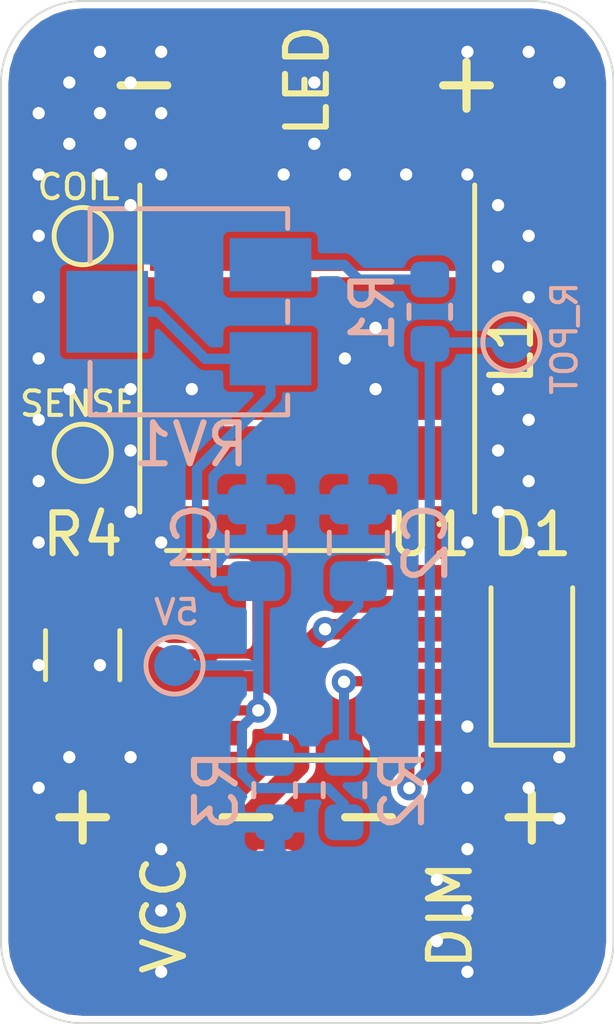
<source format=kicad_pcb>
(kicad_pcb (version 20171130) (host pcbnew 5.1.5-52549c5~84~ubuntu18.04.1)

  (general
    (thickness 1.6)
    (drawings 21)
    (tracks 147)
    (zones 0)
    (modules 17)
    (nets 10)
  )

  (page A4)
  (layers
    (0 F.Cu signal)
    (31 B.Cu signal)
    (32 B.Adhes user)
    (33 F.Adhes user)
    (34 B.Paste user)
    (35 F.Paste user)
    (36 B.SilkS user)
    (37 F.SilkS user)
    (38 B.Mask user)
    (39 F.Mask user)
    (40 Dwgs.User user)
    (41 Cmts.User user)
    (42 Eco1.User user)
    (43 Eco2.User user)
    (44 Edge.Cuts user)
    (45 Margin user)
    (46 B.CrtYd user hide)
    (47 F.CrtYd user hide)
    (48 B.Fab user hide)
    (49 F.Fab user hide)
  )

  (setup
    (last_trace_width 0.155)
    (user_trace_width 0.25)
    (user_trace_width 0.5)
    (user_trace_width 1)
    (trace_clearance 0.155)
    (zone_clearance 0.155)
    (zone_45_only no)
    (trace_min 0.155)
    (via_size 0.6)
    (via_drill 0.3)
    (via_min_size 0.6)
    (via_min_drill 0.3)
    (uvia_size 0.6)
    (uvia_drill 0.3)
    (uvias_allowed no)
    (uvia_min_size 0.6)
    (uvia_min_drill 0.3)
    (edge_width 0.05)
    (segment_width 0.2)
    (pcb_text_width 0.3)
    (pcb_text_size 1.5 1.5)
    (mod_edge_width 0.12)
    (mod_text_size 1 1)
    (mod_text_width 0.15)
    (pad_size 1.524 1.524)
    (pad_drill 0.762)
    (pad_to_mask_clearance 0.051)
    (solder_mask_min_width 0.25)
    (aux_axis_origin 0 0)
    (grid_origin 131.5 77.25)
    (visible_elements FFFFFE7F)
    (pcbplotparams
      (layerselection 0x010fc_ffffffff)
      (usegerberextensions false)
      (usegerberattributes false)
      (usegerberadvancedattributes false)
      (creategerberjobfile false)
      (excludeedgelayer true)
      (linewidth 0.150000)
      (plotframeref false)
      (viasonmask false)
      (mode 1)
      (useauxorigin false)
      (hpglpennumber 1)
      (hpglpenspeed 20)
      (hpglpendiameter 15.000000)
      (psnegative false)
      (psa4output false)
      (plotreference true)
      (plotvalue true)
      (plotinvisibletext false)
      (padsonsilk false)
      (subtractmaskfromsilk false)
      (outputformat 1)
      (mirror false)
      (drillshape 1)
      (scaleselection 1)
      (outputdirectory ""))
  )

  (net 0 "")
  (net 1 +5V)
  (net 2 GND)
  (net 3 VCC)
  (net 4 "Net-(D1-Pad2)")
  (net 5 "Net-(J1-Pad2)")
  (net 6 /DIM)
  (net 7 "Net-(R1-Pad1)")
  (net 8 "Net-(R1-Pad2)")
  (net 9 "Net-(R4-Pad1)")

  (net_class Default "This is the default net class."
    (clearance 0.155)
    (trace_width 0.155)
    (via_dia 0.6)
    (via_drill 0.3)
    (uvia_dia 0.6)
    (uvia_drill 0.3)
    (add_net +5V)
    (add_net /DIM)
    (add_net GND)
    (add_net "Net-(D1-Pad2)")
    (add_net "Net-(J1-Pad2)")
    (add_net "Net-(R1-Pad1)")
    (add_net "Net-(R1-Pad2)")
    (add_net "Net-(R4-Pad1)")
    (add_net VCC)
  )

  (module Package_SO:SOIC-8_3.9x4.9mm_P1.27mm (layer F.Cu) (tedit 5D9F72B1) (tstamp 5E57041B)
    (at 139 93.25)
    (descr "SOIC, 8 Pin (JEDEC MS-012AA, https://www.analog.com/media/en/package-pcb-resources/package/pkg_pdf/soic_narrow-r/r_8.pdf), generated with kicad-footprint-generator ipc_gullwing_generator.py")
    (tags "SOIC SO")
    (path /5E387A0E)
    (attr smd)
    (fp_text reference U1 (at 3 -2.95) (layer F.SilkS)
      (effects (font (size 1 1) (thickness 0.15)))
    )
    (fp_text value NCL30160 (at 0 3.4) (layer F.Fab)
      (effects (font (size 1 1) (thickness 0.15)))
    )
    (fp_line (start 0 2.56) (end 1.95 2.56) (layer F.SilkS) (width 0.12))
    (fp_line (start 0 2.56) (end -1.95 2.56) (layer F.SilkS) (width 0.12))
    (fp_line (start 0 -2.56) (end 1.95 -2.56) (layer F.SilkS) (width 0.12))
    (fp_line (start 0 -2.56) (end -3.45 -2.56) (layer F.SilkS) (width 0.12))
    (fp_line (start -0.975 -2.45) (end 1.95 -2.45) (layer F.Fab) (width 0.1))
    (fp_line (start 1.95 -2.45) (end 1.95 2.45) (layer F.Fab) (width 0.1))
    (fp_line (start 1.95 2.45) (end -1.95 2.45) (layer F.Fab) (width 0.1))
    (fp_line (start -1.95 2.45) (end -1.95 -1.475) (layer F.Fab) (width 0.1))
    (fp_line (start -1.95 -1.475) (end -0.975 -2.45) (layer F.Fab) (width 0.1))
    (fp_line (start -3.7 -2.7) (end -3.7 2.7) (layer F.CrtYd) (width 0.05))
    (fp_line (start -3.7 2.7) (end 3.7 2.7) (layer F.CrtYd) (width 0.05))
    (fp_line (start 3.7 2.7) (end 3.7 -2.7) (layer F.CrtYd) (width 0.05))
    (fp_line (start 3.7 -2.7) (end -3.7 -2.7) (layer F.CrtYd) (width 0.05))
    (fp_text user %R (at 0 0) (layer F.Fab)
      (effects (font (size 0.98 0.98) (thickness 0.15)))
    )
    (pad 1 smd roundrect (at -2.475 -1.905) (size 1.95 0.6) (layers F.Cu F.Paste F.Mask) (roundrect_rratio 0.25)
      (net 9 "Net-(R4-Pad1)"))
    (pad 2 smd roundrect (at -2.475 -0.635) (size 1.95 0.6) (layers F.Cu F.Paste F.Mask) (roundrect_rratio 0.25)
      (net 9 "Net-(R4-Pad1)"))
    (pad 3 smd roundrect (at -2.475 0.635) (size 1.95 0.6) (layers F.Cu F.Paste F.Mask) (roundrect_rratio 0.25)
      (net 2 GND))
    (pad 4 smd roundrect (at -2.475 1.905) (size 1.95 0.6) (layers F.Cu F.Paste F.Mask) (roundrect_rratio 0.25)
      (net 1 +5V))
    (pad 5 smd roundrect (at 2.475 1.905) (size 1.95 0.6) (layers F.Cu F.Paste F.Mask) (roundrect_rratio 0.25)
      (net 8 "Net-(R1-Pad2)"))
    (pad 6 smd roundrect (at 2.475 0.635) (size 1.95 0.6) (layers F.Cu F.Paste F.Mask) (roundrect_rratio 0.25)
      (net 6 /DIM))
    (pad 7 smd roundrect (at 2.475 -0.635) (size 1.95 0.6) (layers F.Cu F.Paste F.Mask) (roundrect_rratio 0.25)
      (net 3 VCC))
    (pad 8 smd roundrect (at 2.475 -1.905) (size 1.95 0.6) (layers F.Cu F.Paste F.Mask) (roundrect_rratio 0.25)
      (net 4 "Net-(D1-Pad2)"))
    (model ${KISYS3DMOD}/Package_SO.3dshapes/SOIC-8_3.9x4.9mm_P1.27mm.wrl
      (at (xyz 0 0 0))
      (scale (xyz 1 1 1))
      (rotate (xyz 0 0 0))
    )
  )

  (module Capacitor_SMD:C_0805_2012Metric (layer B.Cu) (tedit 5B36C52B) (tstamp 5E5702A7)
    (at 140.25 90.5 90)
    (descr "Capacitor SMD 0805 (2012 Metric), square (rectangular) end terminal, IPC_7351 nominal, (Body size source: https://docs.google.com/spreadsheets/d/1BsfQQcO9C6DZCsRaXUlFlo91Tg2WpOkGARC1WS5S8t0/edit?usp=sharing), generated with kicad-footprint-generator")
    (tags capacitor)
    (path /5E5C4D96)
    (attr smd)
    (fp_text reference C2 (at 0 1.65 90) (layer B.SilkS)
      (effects (font (size 1 1) (thickness 0.15)) (justify mirror))
    )
    (fp_text value 4.7uF (at 0 -1.65 90) (layer B.Fab)
      (effects (font (size 1 1) (thickness 0.15)) (justify mirror))
    )
    (fp_text user %R (at 0 0 90) (layer B.Fab)
      (effects (font (size 0.5 0.5) (thickness 0.08)) (justify mirror))
    )
    (fp_line (start 1.68 -0.95) (end -1.68 -0.95) (layer B.CrtYd) (width 0.05))
    (fp_line (start 1.68 0.95) (end 1.68 -0.95) (layer B.CrtYd) (width 0.05))
    (fp_line (start -1.68 0.95) (end 1.68 0.95) (layer B.CrtYd) (width 0.05))
    (fp_line (start -1.68 -0.95) (end -1.68 0.95) (layer B.CrtYd) (width 0.05))
    (fp_line (start -0.258578 -0.71) (end 0.258578 -0.71) (layer B.SilkS) (width 0.12))
    (fp_line (start -0.258578 0.71) (end 0.258578 0.71) (layer B.SilkS) (width 0.12))
    (fp_line (start 1 -0.6) (end -1 -0.6) (layer B.Fab) (width 0.1))
    (fp_line (start 1 0.6) (end 1 -0.6) (layer B.Fab) (width 0.1))
    (fp_line (start -1 0.6) (end 1 0.6) (layer B.Fab) (width 0.1))
    (fp_line (start -1 -0.6) (end -1 0.6) (layer B.Fab) (width 0.1))
    (pad 2 smd roundrect (at 0.9375 0 90) (size 0.975 1.4) (layers B.Cu B.Paste B.Mask) (roundrect_rratio 0.25)
      (net 2 GND))
    (pad 1 smd roundrect (at -0.9375 0 90) (size 0.975 1.4) (layers B.Cu B.Paste B.Mask) (roundrect_rratio 0.25)
      (net 3 VCC))
    (model ${KISYS3DMOD}/Capacitor_SMD.3dshapes/C_0805_2012Metric.wrl
      (at (xyz 0 0 0))
      (scale (xyz 1 1 1))
      (rotate (xyz 0 0 0))
    )
  )

  (module TCY_connectors:Wire_2_SMD_2x3mm (layer F.Cu) (tedit 5E565E0E) (tstamp 5E570548)
    (at 135.5 99.75)
    (path /5E388BC0)
    (fp_text reference J2 (at 0 0) (layer F.SilkS) hide
      (effects (font (size 1 1) (thickness 0.15)))
    )
    (fp_text value MAIN_PWR (at 0 -2.25) (layer F.Fab)
      (effects (font (size 1 1) (thickness 0.15)))
    )
    (pad 1 smd roundrect (at 2 0) (size 2 3) (layers F.Cu F.Paste F.Mask) (roundrect_rratio 0.25)
      (net 2 GND))
    (pad 2 smd roundrect (at -2 0) (size 2 3) (layers F.Cu F.Paste F.Mask) (roundrect_rratio 0.25)
      (net 3 VCC))
  )

  (module Capacitor_SMD:C_0805_2012Metric (layer B.Cu) (tedit 5B36C52B) (tstamp 5E570475)
    (at 137.75 90.5 90)
    (descr "Capacitor SMD 0805 (2012 Metric), square (rectangular) end terminal, IPC_7351 nominal, (Body size source: https://docs.google.com/spreadsheets/d/1BsfQQcO9C6DZCsRaXUlFlo91Tg2WpOkGARC1WS5S8t0/edit?usp=sharing), generated with kicad-footprint-generator")
    (tags capacitor)
    (path /5E38E2D3)
    (attr smd)
    (fp_text reference C1 (at 0 -1.5 90) (layer B.SilkS)
      (effects (font (size 1 1) (thickness 0.15)) (justify mirror))
    )
    (fp_text value 4.7uF (at 0 -1.65 90) (layer B.Fab)
      (effects (font (size 1 1) (thickness 0.15)) (justify mirror))
    )
    (fp_line (start -1 -0.6) (end -1 0.6) (layer B.Fab) (width 0.1))
    (fp_line (start -1 0.6) (end 1 0.6) (layer B.Fab) (width 0.1))
    (fp_line (start 1 0.6) (end 1 -0.6) (layer B.Fab) (width 0.1))
    (fp_line (start 1 -0.6) (end -1 -0.6) (layer B.Fab) (width 0.1))
    (fp_line (start -0.258578 0.71) (end 0.258578 0.71) (layer B.SilkS) (width 0.12))
    (fp_line (start -0.258578 -0.71) (end 0.258578 -0.71) (layer B.SilkS) (width 0.12))
    (fp_line (start -1.68 -0.95) (end -1.68 0.95) (layer B.CrtYd) (width 0.05))
    (fp_line (start -1.68 0.95) (end 1.68 0.95) (layer B.CrtYd) (width 0.05))
    (fp_line (start 1.68 0.95) (end 1.68 -0.95) (layer B.CrtYd) (width 0.05))
    (fp_line (start 1.68 -0.95) (end -1.68 -0.95) (layer B.CrtYd) (width 0.05))
    (fp_text user %R (at 0 0 90) (layer B.Fab)
      (effects (font (size 0.5 0.5) (thickness 0.08)) (justify mirror))
    )
    (pad 1 smd roundrect (at -0.9375 0 90) (size 0.975 1.4) (layers B.Cu B.Paste B.Mask) (roundrect_rratio 0.25)
      (net 1 +5V))
    (pad 2 smd roundrect (at 0.9375 0 90) (size 0.975 1.4) (layers B.Cu B.Paste B.Mask) (roundrect_rratio 0.25)
      (net 2 GND))
    (model ${KISYS3DMOD}/Capacitor_SMD.3dshapes/C_0805_2012Metric.wrl
      (at (xyz 0 0 0))
      (scale (xyz 1 1 1))
      (rotate (xyz 0 0 0))
    )
  )

  (module Diode_SMD:D_SOD-123F (layer F.Cu) (tedit 587F7769) (tstamp 5E57050A)
    (at 144.5 93.25 90)
    (descr D_SOD-123F)
    (tags D_SOD-123F)
    (path /5E3B2CFE)
    (attr smd)
    (fp_text reference D1 (at 2.95 0 180) (layer F.SilkS)
      (effects (font (size 1 1) (thickness 0.15)))
    )
    (fp_text value SKL310 (at 0 2.1 90) (layer F.Fab)
      (effects (font (size 1 1) (thickness 0.15)))
    )
    (fp_text user %R (at -0.127 -1.905 90) (layer F.Fab)
      (effects (font (size 1 1) (thickness 0.15)))
    )
    (fp_line (start -2.2 -1) (end -2.2 1) (layer F.SilkS) (width 0.12))
    (fp_line (start 0.25 0) (end 0.75 0) (layer F.Fab) (width 0.1))
    (fp_line (start 0.25 0.4) (end -0.35 0) (layer F.Fab) (width 0.1))
    (fp_line (start 0.25 -0.4) (end 0.25 0.4) (layer F.Fab) (width 0.1))
    (fp_line (start -0.35 0) (end 0.25 -0.4) (layer F.Fab) (width 0.1))
    (fp_line (start -0.35 0) (end -0.35 0.55) (layer F.Fab) (width 0.1))
    (fp_line (start -0.35 0) (end -0.35 -0.55) (layer F.Fab) (width 0.1))
    (fp_line (start -0.75 0) (end -0.35 0) (layer F.Fab) (width 0.1))
    (fp_line (start -1.4 0.9) (end -1.4 -0.9) (layer F.Fab) (width 0.1))
    (fp_line (start 1.4 0.9) (end -1.4 0.9) (layer F.Fab) (width 0.1))
    (fp_line (start 1.4 -0.9) (end 1.4 0.9) (layer F.Fab) (width 0.1))
    (fp_line (start -1.4 -0.9) (end 1.4 -0.9) (layer F.Fab) (width 0.1))
    (fp_line (start -2.2 -1.15) (end 2.2 -1.15) (layer F.CrtYd) (width 0.05))
    (fp_line (start 2.2 -1.15) (end 2.2 1.15) (layer F.CrtYd) (width 0.05))
    (fp_line (start 2.2 1.15) (end -2.2 1.15) (layer F.CrtYd) (width 0.05))
    (fp_line (start -2.2 -1.15) (end -2.2 1.15) (layer F.CrtYd) (width 0.05))
    (fp_line (start -2.2 1) (end 1.65 1) (layer F.SilkS) (width 0.12))
    (fp_line (start -2.2 -1) (end 1.65 -1) (layer F.SilkS) (width 0.12))
    (pad 1 smd rect (at -1.4 0 90) (size 1.1 1.1) (layers F.Cu F.Paste F.Mask)
      (net 3 VCC))
    (pad 2 smd rect (at 1.4 0 90) (size 1.1 1.1) (layers F.Cu F.Paste F.Mask)
      (net 4 "Net-(D1-Pad2)"))
    (model ${KISYS3DMOD}/Diode_SMD.3dshapes/D_SOD-123F.wrl
      (at (xyz 0 0 0))
      (scale (xyz 1 1 1))
      (rotate (xyz 0 0 0))
    )
  )

  (module Inductor_SMD:L_Taiyo-Yuden_NR-80xx (layer F.Cu) (tedit 5990349D) (tstamp 5E5705B5)
    (at 139 85.75 270)
    (descr "Inductor, Taiyo Yuden, NR series, Taiyo-Yuden_NR-80xx, 8.0mmx8.0mm")
    (tags "inductor taiyo-yuden nr smd")
    (path /5E3B3959)
    (attr smd)
    (fp_text reference L1 (at 0 -5 90) (layer F.SilkS)
      (effects (font (size 1 1) (thickness 0.15)))
    )
    (fp_text value L (at 0 5.5 90) (layer F.Fab)
      (effects (font (size 1 1) (thickness 0.15)))
    )
    (fp_text user %R (at 0 0 90) (layer F.Fab)
      (effects (font (size 1 1) (thickness 0.15)))
    )
    (fp_line (start -4 0) (end -4 -2.8) (layer F.Fab) (width 0.1))
    (fp_line (start -4 -2.8) (end -2.8 -4) (layer F.Fab) (width 0.1))
    (fp_line (start -2.8 -4) (end 0 -4) (layer F.Fab) (width 0.1))
    (fp_line (start 4 0) (end 4 -2.8) (layer F.Fab) (width 0.1))
    (fp_line (start 4 -2.8) (end 2.8 -4) (layer F.Fab) (width 0.1))
    (fp_line (start 2.8 -4) (end 0 -4) (layer F.Fab) (width 0.1))
    (fp_line (start 4 0) (end 4 2.8) (layer F.Fab) (width 0.1))
    (fp_line (start 4 2.8) (end 2.8 4) (layer F.Fab) (width 0.1))
    (fp_line (start 2.8 4) (end 0 4) (layer F.Fab) (width 0.1))
    (fp_line (start -4 0) (end -4 2.8) (layer F.Fab) (width 0.1))
    (fp_line (start -4 2.8) (end -2.8 4) (layer F.Fab) (width 0.1))
    (fp_line (start -2.8 4) (end 0 4) (layer F.Fab) (width 0.1))
    (fp_line (start -4 -4.1) (end 4 -4.1) (layer F.SilkS) (width 0.12))
    (fp_line (start -4 4.1) (end 4 4.1) (layer F.SilkS) (width 0.12))
    (fp_line (start -4.25 -4.25) (end -4.25 4.25) (layer F.CrtYd) (width 0.05))
    (fp_line (start -4.25 4.25) (end 4.25 4.25) (layer F.CrtYd) (width 0.05))
    (fp_line (start 4.25 4.25) (end 4.25 -4.25) (layer F.CrtYd) (width 0.05))
    (fp_line (start 4.25 -4.25) (end -4.25 -4.25) (layer F.CrtYd) (width 0.05))
    (pad 1 smd rect (at -2.8 0 270) (size 1.8 7.7) (layers F.Cu F.Paste F.Mask)
      (net 5 "Net-(J1-Pad2)"))
    (pad 2 smd rect (at 2.8 0 270) (size 1.8 7.7) (layers F.Cu F.Paste F.Mask)
      (net 4 "Net-(D1-Pad2)"))
    (model ${KISYS3DMOD}/Inductor_SMD.3dshapes/L_Taiyo-Yuden_NR-80xx.wrl
      (at (xyz 0 0 0))
      (scale (xyz 1 1 1))
      (rotate (xyz 0 0 0))
    )
  )

  (module Resistor_SMD:R_0603_1608Metric (layer B.Cu) (tedit 5B301BBD) (tstamp 5E570364)
    (at 142 84.85 270)
    (descr "Resistor SMD 0603 (1608 Metric), square (rectangular) end terminal, IPC_7351 nominal, (Body size source: http://www.tortai-tech.com/upload/download/2011102023233369053.pdf), generated with kicad-footprint-generator")
    (tags resistor)
    (path /5E38CEC6)
    (attr smd)
    (fp_text reference R1 (at 0 1.4 90) (layer B.SilkS)
      (effects (font (size 1 1) (thickness 0.15)) (justify mirror))
    )
    (fp_text value R_OT (at 0 -1.43 90) (layer B.Fab)
      (effects (font (size 1 1) (thickness 0.15)) (justify mirror))
    )
    (fp_line (start -0.8 -0.4) (end -0.8 0.4) (layer B.Fab) (width 0.1))
    (fp_line (start -0.8 0.4) (end 0.8 0.4) (layer B.Fab) (width 0.1))
    (fp_line (start 0.8 0.4) (end 0.8 -0.4) (layer B.Fab) (width 0.1))
    (fp_line (start 0.8 -0.4) (end -0.8 -0.4) (layer B.Fab) (width 0.1))
    (fp_line (start -0.162779 0.51) (end 0.162779 0.51) (layer B.SilkS) (width 0.12))
    (fp_line (start -0.162779 -0.51) (end 0.162779 -0.51) (layer B.SilkS) (width 0.12))
    (fp_line (start -1.48 -0.73) (end -1.48 0.73) (layer B.CrtYd) (width 0.05))
    (fp_line (start -1.48 0.73) (end 1.48 0.73) (layer B.CrtYd) (width 0.05))
    (fp_line (start 1.48 0.73) (end 1.48 -0.73) (layer B.CrtYd) (width 0.05))
    (fp_line (start 1.48 -0.73) (end -1.48 -0.73) (layer B.CrtYd) (width 0.05))
    (fp_text user %R (at 0 0 90) (layer B.Fab)
      (effects (font (size 0.4 0.4) (thickness 0.06)) (justify mirror))
    )
    (pad 1 smd roundrect (at -0.7875 0 270) (size 0.875 0.95) (layers B.Cu B.Paste B.Mask) (roundrect_rratio 0.25)
      (net 7 "Net-(R1-Pad1)"))
    (pad 2 smd roundrect (at 0.7875 0 270) (size 0.875 0.95) (layers B.Cu B.Paste B.Mask) (roundrect_rratio 0.25)
      (net 8 "Net-(R1-Pad2)"))
    (model ${KISYS3DMOD}/Resistor_SMD.3dshapes/R_0603_1608Metric.wrl
      (at (xyz 0 0 0))
      (scale (xyz 1 1 1))
      (rotate (xyz 0 0 0))
    )
  )

  (module Resistor_SMD:R_0603_1608Metric (layer B.Cu) (tedit 5B301BBD) (tstamp 5E5704BA)
    (at 139.9 96.55 90)
    (descr "Resistor SMD 0603 (1608 Metric), square (rectangular) end terminal, IPC_7351 nominal, (Body size source: http://www.tortai-tech.com/upload/download/2011102023233369053.pdf), generated with kicad-footprint-generator")
    (tags resistor)
    (path /5E3A90DD)
    (attr smd)
    (fp_text reference R2 (at 0 1.43 90) (layer B.SilkS)
      (effects (font (size 1 1) (thickness 0.15)) (justify mirror))
    )
    (fp_text value 10k (at 0 -1.43 90) (layer B.Fab)
      (effects (font (size 1 1) (thickness 0.15)) (justify mirror))
    )
    (fp_text user %R (at 0 0 90) (layer B.Fab)
      (effects (font (size 0.4 0.4) (thickness 0.06)) (justify mirror))
    )
    (fp_line (start 1.48 -0.73) (end -1.48 -0.73) (layer B.CrtYd) (width 0.05))
    (fp_line (start 1.48 0.73) (end 1.48 -0.73) (layer B.CrtYd) (width 0.05))
    (fp_line (start -1.48 0.73) (end 1.48 0.73) (layer B.CrtYd) (width 0.05))
    (fp_line (start -1.48 -0.73) (end -1.48 0.73) (layer B.CrtYd) (width 0.05))
    (fp_line (start -0.162779 -0.51) (end 0.162779 -0.51) (layer B.SilkS) (width 0.12))
    (fp_line (start -0.162779 0.51) (end 0.162779 0.51) (layer B.SilkS) (width 0.12))
    (fp_line (start 0.8 -0.4) (end -0.8 -0.4) (layer B.Fab) (width 0.1))
    (fp_line (start 0.8 0.4) (end 0.8 -0.4) (layer B.Fab) (width 0.1))
    (fp_line (start -0.8 0.4) (end 0.8 0.4) (layer B.Fab) (width 0.1))
    (fp_line (start -0.8 -0.4) (end -0.8 0.4) (layer B.Fab) (width 0.1))
    (pad 2 smd roundrect (at 0.7875 0 90) (size 0.875 0.95) (layers B.Cu B.Paste B.Mask) (roundrect_rratio 0.25)
      (net 6 /DIM))
    (pad 1 smd roundrect (at -0.7875 0 90) (size 0.875 0.95) (layers B.Cu B.Paste B.Mask) (roundrect_rratio 0.25)
      (net 1 +5V))
    (model ${KISYS3DMOD}/Resistor_SMD.3dshapes/R_0603_1608Metric.wrl
      (at (xyz 0 0 0))
      (scale (xyz 1 1 1))
      (rotate (xyz 0 0 0))
    )
  )

  (module Resistor_SMD:R_0603_1608Metric (layer B.Cu) (tedit 5B301BBD) (tstamp 5E570328)
    (at 138.2 96.55 270)
    (descr "Resistor SMD 0603 (1608 Metric), square (rectangular) end terminal, IPC_7351 nominal, (Body size source: http://www.tortai-tech.com/upload/download/2011102023233369053.pdf), generated with kicad-footprint-generator")
    (tags resistor)
    (path /5E3A95F5)
    (attr smd)
    (fp_text reference R3 (at 0 1.43 90) (layer B.SilkS)
      (effects (font (size 1 1) (thickness 0.15)) (justify mirror))
    )
    (fp_text value 10k (at 0 -1.43 90) (layer B.Fab)
      (effects (font (size 1 1) (thickness 0.15)) (justify mirror))
    )
    (fp_line (start -0.8 -0.4) (end -0.8 0.4) (layer B.Fab) (width 0.1))
    (fp_line (start -0.8 0.4) (end 0.8 0.4) (layer B.Fab) (width 0.1))
    (fp_line (start 0.8 0.4) (end 0.8 -0.4) (layer B.Fab) (width 0.1))
    (fp_line (start 0.8 -0.4) (end -0.8 -0.4) (layer B.Fab) (width 0.1))
    (fp_line (start -0.162779 0.51) (end 0.162779 0.51) (layer B.SilkS) (width 0.12))
    (fp_line (start -0.162779 -0.51) (end 0.162779 -0.51) (layer B.SilkS) (width 0.12))
    (fp_line (start -1.48 -0.73) (end -1.48 0.73) (layer B.CrtYd) (width 0.05))
    (fp_line (start -1.48 0.73) (end 1.48 0.73) (layer B.CrtYd) (width 0.05))
    (fp_line (start 1.48 0.73) (end 1.48 -0.73) (layer B.CrtYd) (width 0.05))
    (fp_line (start 1.48 -0.73) (end -1.48 -0.73) (layer B.CrtYd) (width 0.05))
    (fp_text user %R (at 0 0 90) (layer B.Fab)
      (effects (font (size 0.4 0.4) (thickness 0.06)) (justify mirror))
    )
    (pad 1 smd roundrect (at -0.7875 0 270) (size 0.875 0.95) (layers B.Cu B.Paste B.Mask) (roundrect_rratio 0.25)
      (net 6 /DIM))
    (pad 2 smd roundrect (at 0.7875 0 270) (size 0.875 0.95) (layers B.Cu B.Paste B.Mask) (roundrect_rratio 0.25)
      (net 2 GND))
    (model ${KISYS3DMOD}/Resistor_SMD.3dshapes/R_0603_1608Metric.wrl
      (at (xyz 0 0 0))
      (scale (xyz 1 1 1))
      (rotate (xyz 0 0 0))
    )
  )

  (module Resistor_SMD:R_1206_3216Metric (layer F.Cu) (tedit 5B301BBD) (tstamp 5E57060A)
    (at 133.5 93.25 270)
    (descr "Resistor SMD 1206 (3216 Metric), square (rectangular) end terminal, IPC_7351 nominal, (Body size source: http://www.tortai-tech.com/upload/download/2011102023233369053.pdf), generated with kicad-footprint-generator")
    (tags resistor)
    (path /5E38C609)
    (attr smd)
    (fp_text reference R4 (at -2.95 0 180) (layer F.SilkS)
      (effects (font (size 1 1) (thickness 0.15)))
    )
    (fp_text value SENSE (at 0 1.82 90) (layer F.Fab)
      (effects (font (size 1 1) (thickness 0.15)))
    )
    (fp_line (start -1.6 0.8) (end -1.6 -0.8) (layer F.Fab) (width 0.1))
    (fp_line (start -1.6 -0.8) (end 1.6 -0.8) (layer F.Fab) (width 0.1))
    (fp_line (start 1.6 -0.8) (end 1.6 0.8) (layer F.Fab) (width 0.1))
    (fp_line (start 1.6 0.8) (end -1.6 0.8) (layer F.Fab) (width 0.1))
    (fp_line (start -0.602064 -0.91) (end 0.602064 -0.91) (layer F.SilkS) (width 0.12))
    (fp_line (start -0.602064 0.91) (end 0.602064 0.91) (layer F.SilkS) (width 0.12))
    (fp_line (start -2.28 1.12) (end -2.28 -1.12) (layer F.CrtYd) (width 0.05))
    (fp_line (start -2.28 -1.12) (end 2.28 -1.12) (layer F.CrtYd) (width 0.05))
    (fp_line (start 2.28 -1.12) (end 2.28 1.12) (layer F.CrtYd) (width 0.05))
    (fp_line (start 2.28 1.12) (end -2.28 1.12) (layer F.CrtYd) (width 0.05))
    (fp_text user %R (at 0 0 90) (layer F.Fab)
      (effects (font (size 0.8 0.8) (thickness 0.12)))
    )
    (pad 1 smd roundrect (at -1.4 0 270) (size 1.25 1.75) (layers F.Cu F.Paste F.Mask) (roundrect_rratio 0.2)
      (net 9 "Net-(R4-Pad1)"))
    (pad 2 smd roundrect (at 1.4 0 270) (size 1.25 1.75) (layers F.Cu F.Paste F.Mask) (roundrect_rratio 0.2)
      (net 2 GND))
    (model ${KISYS3DMOD}/Resistor_SMD.3dshapes/R_1206_3216Metric.wrl
      (at (xyz 0 0 0))
      (scale (xyz 1 1 1))
      (rotate (xyz 0 0 0))
    )
  )

  (module Potentiometer_SMD:Potentiometer_Bourns_3214J_Horizontal (layer B.Cu) (tedit 5A3D7171) (tstamp 5E5703A5)
    (at 136.1 84.85)
    (descr "Potentiometer, horizontal, Bourns 3214J, https://www.bourns.com/docs/Product-Datasheets/3214.pdf")
    (tags "Potentiometer horizontal Bourns 3214J")
    (path /5E39F79E)
    (attr smd)
    (fp_text reference RV1 (at 0.05 3.25) (layer B.SilkS)
      (effects (font (size 1 1) (thickness 0.15)) (justify mirror))
    )
    (fp_text value R_POT (at 0 -3.65) (layer B.Fab)
      (effects (font (size 1 1) (thickness 0.15)) (justify mirror))
    )
    (fp_line (start -2.3 2.4) (end -2.3 -2.4) (layer B.Fab) (width 0.1))
    (fp_line (start -2.3 -2.4) (end 2.3 -2.4) (layer B.Fab) (width 0.1))
    (fp_line (start 2.3 -2.4) (end 2.3 2.4) (layer B.Fab) (width 0.1))
    (fp_line (start 2.3 2.4) (end -2.3 2.4) (layer B.Fab) (width 0.1))
    (fp_line (start -2.3 2.02) (end -2.3 0.24) (layer B.Fab) (width 0.1))
    (fp_line (start -2.3 0.24) (end -2.3 0.24) (layer B.Fab) (width 0.1))
    (fp_line (start -2.3 0.24) (end -2.3 2.02) (layer B.Fab) (width 0.1))
    (fp_line (start -2.3 2.02) (end -2.3 2.02) (layer B.Fab) (width 0.1))
    (fp_line (start -2.3 1.13) (end -2.3 1.13) (layer B.Fab) (width 0.1))
    (fp_line (start -2.42 2.52) (end 2.42 2.52) (layer B.SilkS) (width 0.12))
    (fp_line (start -2.42 -2.52) (end 2.42 -2.52) (layer B.SilkS) (width 0.12))
    (fp_line (start -2.42 2.52) (end -2.42 1.24) (layer B.SilkS) (width 0.12))
    (fp_line (start -2.42 -1.24) (end -2.42 -2.52) (layer B.SilkS) (width 0.12))
    (fp_line (start 2.42 2.52) (end 2.42 2.04) (layer B.SilkS) (width 0.12))
    (fp_line (start 2.42 0.26) (end 2.42 -0.26) (layer B.SilkS) (width 0.12))
    (fp_line (start 2.42 -2.04) (end 2.42 -2.52) (layer B.SilkS) (width 0.12))
    (fp_line (start -2.42 2.14) (end -2.42 2.14) (layer B.SilkS) (width 0.12))
    (fp_line (start -2.42 2.14) (end -2.42 1.24) (layer B.SilkS) (width 0.12))
    (fp_line (start -2.42 2.14) (end -2.42 1.24) (layer B.SilkS) (width 0.12))
    (fp_line (start -3.25 2.65) (end -3.25 -2.65) (layer B.CrtYd) (width 0.05))
    (fp_line (start -3.25 -2.65) (end 3.25 -2.65) (layer B.CrtYd) (width 0.05))
    (fp_line (start 3.25 -2.65) (end 3.25 2.65) (layer B.CrtYd) (width 0.05))
    (fp_line (start 3.25 2.65) (end -3.25 2.65) (layer B.CrtYd) (width 0.05))
    (fp_text user %R (at 0 0) (layer B.Fab)
      (effects (font (size 1 1) (thickness 0.15)) (justify mirror))
    )
    (pad 1 smd rect (at 2 1.15) (size 2 1.3) (layers B.Cu B.Paste B.Mask)
      (net 1 +5V))
    (pad 2 smd rect (at -2 0) (size 2 2) (layers B.Cu B.Paste B.Mask)
      (net 1 +5V))
    (pad 3 smd rect (at 2 -1.15) (size 2 1.3) (layers B.Cu B.Paste B.Mask)
      (net 7 "Net-(R1-Pad1)"))
    (model ${KISYS3DMOD}/Potentiometer_SMD.3dshapes/Potentiometer_Bourns_3214J_Horizontal.wrl
      (at (xyz 0 0 0))
      (scale (xyz 1 1 1))
      (rotate (xyz 0 0 0))
    )
  )

  (module TestPoint:TestPoint_Pad_D1.0mm (layer B.Cu) (tedit 5A0F774F) (tstamp 5E57049C)
    (at 135.75 93.5)
    (descr "SMD pad as test Point, diameter 1.0mm")
    (tags "test point SMD pad")
    (path /5E3C3B0C)
    (attr virtual)
    (fp_text reference TP2 (at 0 1.448) (layer B.SilkS) hide
      (effects (font (size 1 1) (thickness 0.15)) (justify mirror))
    )
    (fp_text value 5V (at 0 -1.55) (layer B.Fab)
      (effects (font (size 1 1) (thickness 0.15)) (justify mirror))
    )
    (fp_text user %R (at 0 1.45) (layer B.Fab)
      (effects (font (size 1 1) (thickness 0.15)) (justify mirror))
    )
    (fp_circle (center 0 0) (end 1 0) (layer B.CrtYd) (width 0.05))
    (fp_circle (center 0 0) (end 0 -0.7) (layer B.SilkS) (width 0.12))
    (pad 1 smd circle (at 0 0) (size 1 1) (layers B.Cu B.Mask)
      (net 1 +5V))
  )

  (module TestPoint:TestPoint_Pad_D1.0mm (layer F.Cu) (tedit 5A0F774F) (tstamp 5E5703F4)
    (at 133.5 83)
    (descr "SMD pad as test Point, diameter 1.0mm")
    (tags "test point SMD pad")
    (path /5E3C9153)
    (attr virtual)
    (fp_text reference TP3 (at 0 -1.448) (layer F.SilkS) hide
      (effects (font (size 1 1) (thickness 0.15)))
    )
    (fp_text value LED (at 0 1.55) (layer F.Fab)
      (effects (font (size 1 1) (thickness 0.15)))
    )
    (fp_circle (center 0 0) (end 0 0.7) (layer F.SilkS) (width 0.12))
    (fp_circle (center 0 0) (end 1 0) (layer F.CrtYd) (width 0.05))
    (fp_text user %R (at 0 -1.45) (layer F.Fab)
      (effects (font (size 1 1) (thickness 0.15)))
    )
    (pad 1 smd circle (at 0 0) (size 1 1) (layers F.Cu F.Mask)
      (net 5 "Net-(J1-Pad2)"))
  )

  (module TestPoint:TestPoint_Pad_D1.0mm (layer B.Cu) (tedit 5A0F774F) (tstamp 5E5704E4)
    (at 144 85.6 180)
    (descr "SMD pad as test Point, diameter 1.0mm")
    (tags "test point SMD pad")
    (path /5E3C1FC8)
    (attr virtual)
    (fp_text reference TP4 (at 0 1.448) (layer B.SilkS) hide
      (effects (font (size 1 1) (thickness 0.15)) (justify mirror))
    )
    (fp_text value ROT (at 0 -1.55) (layer B.Fab)
      (effects (font (size 1 1) (thickness 0.15)) (justify mirror))
    )
    (fp_text user %R (at 0 1.45) (layer B.Fab)
      (effects (font (size 1 1) (thickness 0.15)) (justify mirror))
    )
    (fp_circle (center 0 0) (end 1 0) (layer B.CrtYd) (width 0.05))
    (fp_circle (center 0 0) (end 0 -0.7) (layer B.SilkS) (width 0.12))
    (pad 1 smd circle (at 0 0 180) (size 1 1) (layers B.Cu B.Mask)
      (net 8 "Net-(R1-Pad2)"))
  )

  (module TestPoint:TestPoint_Pad_D1.0mm (layer F.Cu) (tedit 5A0F774F) (tstamp 5E570454)
    (at 133.5 88.3)
    (descr "SMD pad as test Point, diameter 1.0mm")
    (tags "test point SMD pad")
    (path /5E3CF1D2)
    (attr virtual)
    (fp_text reference TP5 (at 0 -1.448) (layer F.SilkS) hide
      (effects (font (size 1 1) (thickness 0.15)))
    )
    (fp_text value SENSE (at 0 1.55) (layer F.Fab)
      (effects (font (size 1 1) (thickness 0.15)))
    )
    (fp_circle (center 0 0) (end 0 0.7) (layer F.SilkS) (width 0.12))
    (fp_circle (center 0 0) (end 1 0) (layer F.CrtYd) (width 0.05))
    (fp_text user %R (at 0 -1.45) (layer F.Fab)
      (effects (font (size 1 1) (thickness 0.15)))
    )
    (pad 1 smd circle (at 0 0) (size 1 1) (layers F.Cu F.Mask)
      (net 9 "Net-(R4-Pad1)"))
  )

  (module TCY_connectors:Wire_2_SMD_2x3mm (layer F.Cu) (tedit 5E565E62) (tstamp 5E5705EA)
    (at 139 79.25)
    (path /5E38A169)
    (fp_text reference J1 (at 0 0) (layer F.SilkS) hide
      (effects (font (size 1 1) (thickness 0.15)))
    )
    (fp_text value LED_OUT (at 0 -2.25) (layer F.Fab)
      (effects (font (size 1 1) (thickness 0.15)))
    )
    (pad 2 smd roundrect (at -2 0) (size 2 3) (layers F.Cu F.Paste F.Mask) (roundrect_rratio 0.25)
      (net 5 "Net-(J1-Pad2)"))
    (pad 1 smd roundrect (at 2 0) (size 2 3) (layers F.Cu F.Paste F.Mask) (roundrect_rratio 0.25)
      (net 3 VCC))
  )

  (module TCY_connectors:Wire_2_SMD_2x3mm (layer F.Cu) (tedit 5E565E62) (tstamp 5E5702ED)
    (at 142.5 99.75 180)
    (path /5E389765)
    (fp_text reference J3 (at 0 0) (layer F.SilkS) hide
      (effects (font (size 1 1) (thickness 0.15)))
    )
    (fp_text value PWM_IN (at 0 -2.25) (layer F.Fab)
      (effects (font (size 1 1) (thickness 0.15)))
    )
    (pad 1 smd roundrect (at 2 0 180) (size 2 3) (layers F.Cu F.Paste F.Mask) (roundrect_rratio 0.25)
      (net 2 GND))
    (pad 2 smd roundrect (at -2 0 180) (size 2 3) (layers F.Cu F.Paste F.Mask) (roundrect_rratio 0.25)
      (net 6 /DIM))
  )

  (gr_text COIL (at 133.4 81.8) (layer F.SilkS) (tstamp 5E57053E)
    (effects (font (size 0.6 0.6) (thickness 0.1)))
  )
  (gr_text R_POT (at 145.3 85.5 90) (layer B.SilkS) (tstamp 5E5703E8)
    (effects (font (size 0.6 0.6) (thickness 0.1)) (justify mirror))
  )
  (gr_text "5V\n" (at 135.8 92.2) (layer B.SilkS) (tstamp 5E570244)
    (effects (font (size 0.6 0.6) (thickness 0.1)) (justify mirror))
  )
  (gr_text SENSE (at 133.4 87.1) (layer F.SilkS) (tstamp 5E570562)
    (effects (font (size 0.6 0.6) (thickness 0.1)))
  )
  (gr_text VCC (at 135.5 99.6 90) (layer F.SilkS) (tstamp 5E57025F)
    (effects (font (size 1 1) (thickness 0.15)))
  )
  (gr_text DIM (at 142.5 99.6 90) (layer F.SilkS) (tstamp 5E57062E)
    (effects (font (size 1 1) (thickness 0.15)))
  )
  (gr_text "-\n" (at 140.5 97.1) (layer F.SilkS) (tstamp 5E570559)
    (effects (font (size 1.5 1.5) (thickness 0.2)))
  )
  (gr_text "-\n" (at 137.5 97.1) (layer F.SilkS) (tstamp 5E570595)
    (effects (font (size 1.5 1.5) (thickness 0.2)))
  )
  (gr_text + (at 144.5 97.1) (layer F.SilkS) (tstamp 5E57053B)
    (effects (font (size 1.5 1.5) (thickness 0.2)))
  )
  (gr_text + (at 133.5 97.1) (layer F.SilkS) (tstamp 5E57057D)
    (effects (font (size 1.5 1.5) (thickness 0.2)))
  )
  (gr_text "-\n" (at 135 79.2) (layer F.SilkS) (tstamp 5E570247)
    (effects (font (size 1.5 1.5) (thickness 0.2)))
  )
  (gr_text + (at 142.9 79.2) (layer F.SilkS) (tstamp 5E570586)
    (effects (font (size 1.5 1.5) (thickness 0.2)))
  )
  (gr_text "LED\n" (at 139 79.2 90) (layer F.SilkS) (tstamp 5E570289)
    (effects (font (size 1 1) (thickness 0.15)))
  )
  (gr_arc (start 144.5 100.25) (end 144.5 102.25) (angle -90) (layer Edge.Cuts) (width 0.05) (tstamp 5E570553))
  (gr_arc (start 144.5 79.25) (end 146.5 79.25) (angle -90) (layer Edge.Cuts) (width 0.05) (tstamp 5E57030D))
  (gr_arc (start 133.5 79.25) (end 133.5 77.25) (angle -90) (layer Edge.Cuts) (width 0.05) (tstamp 5E570280))
  (gr_arc (start 133.5 100.25) (end 131.5 100.25) (angle -90) (layer Edge.Cuts) (width 0.05) (tstamp 5E57024D))
  (gr_line (start 133.5 102.25) (end 144.5 102.25) (layer Edge.Cuts) (width 0.05) (tstamp 5E57025C))
  (gr_line (start 131.5 79.25) (end 131.5 100.25) (layer Edge.Cuts) (width 0.05) (tstamp 5E570583))
  (gr_line (start 144.5 77.25) (end 133.5 77.25) (layer Edge.Cuts) (width 0.05) (tstamp 5E570241))
  (gr_line (start 146.5 100.25) (end 146.5 79.25) (layer Edge.Cuts) (width 0.05) (tstamp 5E570310))

  (segment (start 136.457106 93.5) (end 137.75 93.5) (width 0.25) (layer B.Cu) (net 1) (tstamp 5E57034F))
  (segment (start 135.75 93.5) (end 136.457106 93.5) (width 0.25) (layer B.Cu) (net 1) (tstamp 5E570646))
  (segment (start 134.1 84.85) (end 135.35 84.85) (width 0.25) (layer B.Cu) (net 1) (tstamp 5E570649))
  (segment (start 138.1 86) (end 136.5 86) (width 0.25) (layer B.Cu) (net 1) (tstamp 5E570277))
  (segment (start 136.5 86) (end 135.35 84.85) (width 0.25) (layer B.Cu) (net 1) (tstamp 5E570274))
  (segment (start 138.1 86.9) (end 136.3 88.7) (width 0.25) (layer B.Cu) (net 1) (tstamp 5E5702D4))
  (segment (start 138.1 86) (end 138.1 86.9) (width 0.25) (layer B.Cu) (net 1) (tstamp 5E570631))
  (segment (start 136.3 88.7) (end 136.3 91) (width 0.25) (layer B.Cu) (net 1) (tstamp 5E570385))
  (segment (start 136.7375 91.4375) (end 137.75 91.4375) (width 0.25) (layer B.Cu) (net 1) (tstamp 5E570304))
  (segment (start 136.3 91) (end 136.7375 91.4375) (width 0.25) (layer B.Cu) (net 1) (tstamp 5E570268))
  (via (at 137.799988 94.6) (size 0.6) (drill 0.3) (layers F.Cu B.Cu) (net 1) (tstamp 5E570598))
  (segment (start 136.525 95.155) (end 137.08 94.6) (width 0.25) (layer F.Cu) (net 1) (tstamp 5E57062B))
  (segment (start 137.08 94.6) (end 137.799988 94.6) (width 0.25) (layer F.Cu) (net 1) (tstamp 5E570577))
  (segment (start 137.75 93.5) (end 137.799988 93.549988) (width 0.25) (layer B.Cu) (net 1) (tstamp 5E57056E))
  (segment (start 137.799988 93.549988) (end 137.799988 94.175736) (width 0.25) (layer B.Cu) (net 1) (tstamp 5E57056B))
  (segment (start 137.799988 94.175736) (end 137.799988 94.6) (width 0.25) (layer B.Cu) (net 1) (tstamp 5E570634))
  (segment (start 137.8 93.45) (end 137.75 93.5) (width 0.25) (layer B.Cu) (net 1) (tstamp 5E57034C))
  (segment (start 137.75 91.4375) (end 137.8 91.4875) (width 0.25) (layer B.Cu) (net 1) (tstamp 5E570580))
  (segment (start 137.8 91.4875) (end 137.8 93.45) (width 0.25) (layer B.Cu) (net 1) (tstamp 5E570295))
  (segment (start 137.799988 91.487488) (end 137.75 91.4375) (width 0.25) (layer B.Cu) (net 1) (tstamp 5E570271))
  (segment (start 137.799988 94.6) (end 137.799988 91.487488) (width 0.25) (layer B.Cu) (net 1) (tstamp 5E570301))
  (segment (start 137.499989 94.899999) (end 137.799988 94.6) (width 0.25) (layer B.Cu) (net 1) (tstamp 5E570349))
  (segment (start 139.9 97.3375) (end 139.9 96.9) (width 0.25) (layer B.Cu) (net 1) (tstamp 5E57027D))
  (segment (start 139.9 96.9) (end 139.5 96.5) (width 0.25) (layer B.Cu) (net 1) (tstamp 5E570256))
  (segment (start 139.5 96.5) (end 137.757144 96.5) (width 0.25) (layer B.Cu) (net 1) (tstamp 5E5702E3))
  (segment (start 137.757144 96.5) (end 137.400001 96.142857) (width 0.25) (layer B.Cu) (net 1) (tstamp 5E570253))
  (segment (start 137.400001 96.142857) (end 137.400001 94.999987) (width 0.25) (layer B.Cu) (net 1) (tstamp 5E570463))
  (segment (start 137.400001 94.999987) (end 137.499989 94.899999) (width 0.25) (layer B.Cu) (net 1) (tstamp 5E57063A))
  (via (at 132.4225 79.9925) (size 0.6) (drill 0.3) (layers F.Cu B.Cu) (net 2) (tstamp 21))
  (via (at 132.4225 81.4925) (size 0.6) (drill 0.3) (layers F.Cu B.Cu) (net 2) (tstamp 21))
  (via (at 132.4225 82.9925) (size 0.6) (drill 0.3) (layers F.Cu B.Cu) (net 2) (tstamp 21))
  (via (at 132.4225 84.4925) (size 0.6) (drill 0.3) (layers F.Cu B.Cu) (net 2) (tstamp 21))
  (via (at 132.4225 85.9925) (size 0.6) (drill 0.3) (layers F.Cu B.Cu) (net 2) (tstamp 21))
  (via (at 132.4225 87.4925) (size 0.6) (drill 0.3) (layers F.Cu B.Cu) (net 2) (tstamp 21))
  (via (at 132.4225 88.9925) (size 0.6) (drill 0.3) (layers F.Cu B.Cu) (net 2) (tstamp 21))
  (via (at 132.4225 90.4925) (size 0.6) (drill 0.3) (layers F.Cu B.Cu) (net 2) (tstamp 21))
  (via (at 132.4225 93.4925) (size 0.6) (drill 0.3) (layers F.Cu B.Cu) (net 2) (tstamp 21))
  (via (at 132.4225 96.4925) (size 0.6) (drill 0.3) (layers F.Cu B.Cu) (net 2) (tstamp 21))
  (via (at 133.1725 79.2425) (size 0.6) (drill 0.3) (layers F.Cu B.Cu) (net 2) (tstamp 21))
  (via (at 133.1725 80.7425) (size 0.6) (drill 0.3) (layers F.Cu B.Cu) (net 2) (tstamp 21))
  (via (at 133.1725 86.7425) (size 0.6) (drill 0.3) (layers F.Cu B.Cu) (net 2) (tstamp 21))
  (via (at 133.1725 95.7425) (size 0.6) (drill 0.3) (layers F.Cu B.Cu) (net 2) (tstamp 21))
  (via (at 133.9225 78.4925) (size 0.6) (drill 0.3) (layers F.Cu B.Cu) (net 2) (tstamp 21))
  (via (at 133.9225 79.9925) (size 0.6) (drill 0.3) (layers F.Cu B.Cu) (net 2) (tstamp 21))
  (via (at 133.9225 81.4925) (size 0.6) (drill 0.3) (layers F.Cu B.Cu) (net 2) (tstamp 21))
  (via (at 133.9225 93.4925) (size 0.6) (drill 0.3) (layers F.Cu B.Cu) (net 2) (tstamp 21))
  (via (at 134.6725 79.2425) (size 0.6) (drill 0.3) (layers F.Cu B.Cu) (net 2) (tstamp 21))
  (via (at 134.6725 80.7425) (size 0.6) (drill 0.3) (layers F.Cu B.Cu) (net 2) (tstamp 21))
  (via (at 134.6725 82.2425) (size 0.6) (drill 0.3) (layers F.Cu B.Cu) (net 2) (tstamp 21))
  (via (at 134.6725 86.7425) (size 0.6) (drill 0.3) (layers F.Cu B.Cu) (net 2) (tstamp 21))
  (via (at 134.6725 88.2425) (size 0.6) (drill 0.3) (layers F.Cu B.Cu) (net 2) (tstamp 21))
  (via (at 134.6725 89.7425) (size 0.6) (drill 0.3) (layers F.Cu B.Cu) (net 2) (tstamp 21))
  (via (at 134.6725 95.7425) (size 0.6) (drill 0.3) (layers F.Cu B.Cu) (net 2) (tstamp 21))
  (via (at 135.4225 78.4925) (size 0.6) (drill 0.3) (layers F.Cu B.Cu) (net 2) (tstamp 21))
  (via (at 135.4225 79.9925) (size 0.6) (drill 0.3) (layers F.Cu B.Cu) (net 2) (tstamp 21))
  (via (at 135.4225 81.4925) (size 0.6) (drill 0.3) (layers F.Cu B.Cu) (net 2) (tstamp 21))
  (via (at 135.4225 90.4925) (size 0.6) (drill 0.3) (layers F.Cu B.Cu) (net 2) (tstamp 21))
  (via (at 135.4225 97.9925) (size 0.6) (drill 0.3) (layers F.Cu B.Cu) (net 2) (tstamp 21))
  (via (at 135.4225 99.4925) (size 0.6) (drill 0.3) (layers F.Cu B.Cu) (net 2) (tstamp 21))
  (via (at 135.4225 100.9925) (size 0.6) (drill 0.3) (layers F.Cu B.Cu) (net 2) (tstamp 21))
  (via (at 136.1725 86.7425) (size 0.6) (drill 0.3) (layers F.Cu B.Cu) (net 2) (tstamp 21))
  (via (at 138.4225 81.4925) (size 0.6) (drill 0.3) (layers F.Cu B.Cu) (net 2) (tstamp 21))
  (via (at 139.1725 79.2425) (size 0.6) (drill 0.3) (layers F.Cu B.Cu) (net 2) (tstamp 21))
  (via (at 139.1725 80.7425) (size 0.6) (drill 0.3) (layers F.Cu B.Cu) (net 2) (tstamp 21))
  (via (at 139.9225 81.4925) (size 0.6) (drill 0.3) (layers F.Cu B.Cu) (net 2) (tstamp 21))
  (via (at 139.9225 85.9925) (size 0.6) (drill 0.3) (layers F.Cu B.Cu) (net 2) (tstamp 21))
  (via (at 140.6725 85.2425) (size 0.6) (drill 0.3) (layers F.Cu B.Cu) (net 2) (tstamp 21))
  (via (at 140.6725 86.7425) (size 0.6) (drill 0.3) (layers F.Cu B.Cu) (net 2) (tstamp 21))
  (via (at 141.4225 81.4925) (size 0.6) (drill 0.3) (layers F.Cu B.Cu) (net 2) (tstamp 21))
  (via (at 142.1725 98.7425) (size 0.6) (drill 0.3) (layers F.Cu B.Cu) (net 2) (tstamp 21))
  (via (at 142.1725 100.2425) (size 0.6) (drill 0.3) (layers F.Cu B.Cu) (net 2) (tstamp 21))
  (via (at 142.9225 78.4925) (size 0.6) (drill 0.3) (layers F.Cu B.Cu) (net 2) (tstamp 21))
  (via (at 142.9225 81.4925) (size 0.6) (drill 0.3) (layers F.Cu B.Cu) (net 2) (tstamp 21))
  (via (at 142.9225 90.4925) (size 0.6) (drill 0.3) (layers F.Cu B.Cu) (net 2) (tstamp 21))
  (via (at 142.9225 94.9925) (size 0.6) (drill 0.3) (layers F.Cu B.Cu) (net 2) (tstamp 21))
  (via (at 142.9225 96.4925) (size 0.6) (drill 0.3) (layers F.Cu B.Cu) (net 2) (tstamp 21))
  (via (at 142.9225 97.9925) (size 0.6) (drill 0.3) (layers F.Cu B.Cu) (net 2) (tstamp 21))
  (via (at 142.9225 99.4925) (size 0.6) (drill 0.3) (layers F.Cu B.Cu) (net 2) (tstamp 21))
  (via (at 142.9225 100.9925) (size 0.6) (drill 0.3) (layers F.Cu B.Cu) (net 2) (tstamp 21))
  (via (at 143.6725 82.2425) (size 0.6) (drill 0.3) (layers F.Cu B.Cu) (net 2) (tstamp 21))
  (via (at 143.6725 83.7425) (size 0.6) (drill 0.3) (layers F.Cu B.Cu) (net 2) (tstamp 21))
  (via (at 143.6725 86.7425) (size 0.6) (drill 0.3) (layers F.Cu B.Cu) (net 2) (tstamp 21))
  (via (at 143.6725 88.2425) (size 0.6) (drill 0.3) (layers F.Cu B.Cu) (net 2) (tstamp 21))
  (via (at 143.6725 89.7425) (size 0.6) (drill 0.3) (layers F.Cu B.Cu) (net 2) (tstamp 21))
  (via (at 144.4225 78.4925) (size 0.6) (drill 0.3) (layers F.Cu B.Cu) (net 2) (tstamp 21))
  (via (at 144.4225 82.9925) (size 0.6) (drill 0.3) (layers F.Cu B.Cu) (net 2) (tstamp 21))
  (via (at 144.4225 84.4925) (size 0.6) (drill 0.3) (layers F.Cu B.Cu) (net 2) (tstamp 21))
  (via (at 144.4225 87.4925) (size 0.6) (drill 0.3) (layers F.Cu B.Cu) (net 2) (tstamp 21))
  (via (at 144.4225 88.9925) (size 0.6) (drill 0.3) (layers F.Cu B.Cu) (net 2) (tstamp 21))
  (via (at 144.4225 90.4925) (size 0.6) (drill 0.3) (layers F.Cu B.Cu) (net 2) (tstamp 21))
  (via (at 144.4225 96.4925) (size 0.6) (drill 0.3) (layers F.Cu B.Cu) (net 2) (tstamp 21))
  (via (at 145.1725 79.2425) (size 0.6) (drill 0.3) (layers F.Cu B.Cu) (net 2) (tstamp 21))
  (via (at 145.1725 95.7425) (size 0.6) (drill 0.3) (layers F.Cu B.Cu) (net 2) (tstamp 21))
  (via (at 145.1725 97.2425) (size 0.6) (drill 0.3) (layers F.Cu B.Cu) (net 2) (tstamp 21))
  (segment (start 141 79.25) (end 143.4 79.25) (width 0.5) (layer F.Cu) (net 3) (tstamp 5E570283))
  (segment (start 143.4 79.25) (end 145.6 81.45) (width 0.5) (layer F.Cu) (net 3) (tstamp 5E570352))
  (segment (start 145.55 94.65) (end 144.5 94.65) (width 0.5) (layer F.Cu) (net 3) (tstamp 5E5702E6))
  (segment (start 145.6 94.6) (end 145.55 94.65) (width 0.5) (layer F.Cu) (net 3) (tstamp 5E570292))
  (segment (start 145.6 81.45) (end 145.6 94.6) (width 0.5) (layer F.Cu) (net 3) (tstamp 5E570286))
  (segment (start 133.5 97.65) (end 133.5 99.75) (width 0.5) (layer F.Cu) (net 3) (tstamp 5E5703E5))
  (segment (start 139.435 92.615) (end 138.8 93.25) (width 0.5) (layer F.Cu) (net 3) (tstamp 5E5702D1))
  (segment (start 137.6 97.15) (end 134 97.15) (width 0.5) (layer F.Cu) (net 3) (tstamp 5E5702DA))
  (segment (start 141.475 92.615) (end 139.435 92.615) (width 0.5) (layer F.Cu) (net 3) (tstamp 5E57026E))
  (segment (start 138.8 93.25) (end 138.8 95.95) (width 0.5) (layer F.Cu) (net 3) (tstamp 5E5702CE))
  (segment (start 138.8 95.95) (end 137.6 97.15) (width 0.5) (layer F.Cu) (net 3) (tstamp 5E57026B))
  (segment (start 134 97.15) (end 133.5 97.65) (width 0.5) (layer F.Cu) (net 3) (tstamp 5E570556))
  (via (at 139.435 92.615) (size 0.6) (drill 0.3) (layers F.Cu B.Cu) (net 3) (tstamp 5E5705F8) (status 1000000))
  (segment (start 139.66 92.615) (end 139.435 92.615) (width 0.25) (layer B.Cu) (net 3) (tstamp 5E57063D))
  (segment (start 140.25 91.4375) (end 140.25 92.025) (width 0.25) (layer B.Cu) (net 3) (tstamp 5E5704DB))
  (segment (start 140.25 92.025) (end 139.66 92.615) (width 0.25) (layer B.Cu) (net 3) (tstamp 5E57027A))
  (segment (start 143.515 92.615) (end 141.475 92.615) (width 0.5) (layer F.Cu) (net 3) (tstamp 5E57059B))
  (segment (start 144.5 94.65) (end 144.5 93.6) (width 0.5) (layer F.Cu) (net 3) (tstamp 5E5702D7))
  (segment (start 144.5 93.6) (end 143.515 92.615) (width 0.5) (layer F.Cu) (net 3) (tstamp 5E570568))
  (segment (start 139 88.55) (end 141.2 88.55) (width 0.5) (layer F.Cu) (net 4) (tstamp 5E570259))
  (segment (start 141.475 88.825) (end 141.475 91.345) (width 0.5) (layer F.Cu) (net 4) (tstamp 5E570307))
  (segment (start 141.2 88.55) (end 141.475 88.825) (width 0.5) (layer F.Cu) (net 4) (tstamp 5E570262))
  (segment (start 142.945 91.345) (end 141.475 91.345) (width 0.5) (layer F.Cu) (net 4) (tstamp 5E5703EB))
  (segment (start 144.5 91.85) (end 143.45 91.85) (width 0.5) (layer F.Cu) (net 4) (tstamp 5E5702CB))
  (segment (start 143.45 91.85) (end 142.945 91.345) (width 0.5) (layer F.Cu) (net 4) (tstamp 5E57030A))
  (segment (start 139 82.95) (end 137.5 82.95) (width 0.5) (layer F.Cu) (net 5) (tstamp 5E5702E0))
  (segment (start 137 82.45) (end 137 79.25) (width 0.5) (layer F.Cu) (net 5) (tstamp 5E57028F))
  (segment (start 137.5 82.95) (end 137 82.45) (width 0.5) (layer F.Cu) (net 5) (tstamp 5E57064C))
  (segment (start 139 82.95) (end 135.75 82.95) (width 0.25) (layer F.Cu) (net 5) (tstamp 5E570250))
  (segment (start 135.7 83) (end 133.5 83) (width 0.25) (layer F.Cu) (net 5) (tstamp 5E570637))
  (segment (start 135.75 82.95) (end 135.7 83) (width 0.25) (layer F.Cu) (net 5) (tstamp 5E57058F))
  (segment (start 139.9 95.7625) (end 138.2 95.7625) (width 0.25) (layer B.Cu) (net 6) (tstamp 5E5702F8))
  (segment (start 143.185 93.885) (end 141.475 93.885) (width 0.25) (layer F.Cu) (net 6) (tstamp 5E5702C8))
  (segment (start 144.5 99.75) (end 144.5 97.95) (width 0.25) (layer F.Cu) (net 6) (tstamp 5E570265))
  (segment (start 143.6 94.3) (end 143.185 93.885) (width 0.25) (layer F.Cu) (net 6) (tstamp 5E57058C))
  (segment (start 143.6 97.05) (end 143.6 94.3) (width 0.25) (layer F.Cu) (net 6) (tstamp 5E570640))
  (segment (start 144.5 97.95) (end 143.6 97.05) (width 0.25) (layer F.Cu) (net 6) (tstamp 5E57055F))
  (segment (start 139.9 95.7625) (end 139.9 93.9) (width 0.25) (layer B.Cu) (net 6) (tstamp 5E570574))
  (via (at 139.9 93.9) (size 0.6) (drill 0.3) (layers F.Cu B.Cu) (net 6) (tstamp 5E570643))
  (segment (start 141.475 93.885) (end 139.915 93.885) (width 0.25) (layer F.Cu) (net 6) (tstamp 5E5705F5))
  (segment (start 139.915 93.885) (end 139.9 93.9) (width 0.25) (layer F.Cu) (net 6) (tstamp 5E570565))
  (segment (start 138.1 83.7) (end 139.9 83.7) (width 0.25) (layer B.Cu) (net 7) (tstamp 5E570313))
  (segment (start 140.2625 84.0625) (end 142 84.0625) (width 0.25) (layer B.Cu) (net 7) (tstamp 5E57057A))
  (segment (start 139.9 83.7) (end 140.2625 84.0625) (width 0.25) (layer B.Cu) (net 7) (tstamp 5E57055C))
  (via (at 141.5 96.5) (size 0.6) (drill 0.3) (layers F.Cu B.Cu) (net 8) (tstamp 5E570589))
  (segment (start 141.5 95.18) (end 141.475 95.155) (width 0.25) (layer F.Cu) (net 8) (tstamp 5E570592))
  (segment (start 141.5 96.5) (end 141.5 95.18) (width 0.25) (layer F.Cu) (net 8) (tstamp 5E5703E2))
  (segment (start 142.0375 85.6) (end 142 85.6375) (width 0.25) (layer B.Cu) (net 8) (tstamp 5E57028C))
  (segment (start 144 85.6) (end 142.0375 85.6) (width 0.25) (layer B.Cu) (net 8) (tstamp 5E5702FE))
  (segment (start 142 96) (end 142 85.6375) (width 0.25) (layer B.Cu) (net 8) (tstamp 5E570316))
  (segment (start 141.5 96.5) (end 142 96) (width 0.25) (layer B.Cu) (net 8) (tstamp 5E570571))
  (segment (start 136.525 92.615) (end 136.525 91.345) (width 0.25) (layer F.Cu) (net 9) (tstamp 5E57023E))
  (segment (start 133.5 91.85) (end 133.5 88.3) (width 0.25) (layer F.Cu) (net 9) (tstamp 5E570541))

  (zone (net 9) (net_name "Net-(R4-Pad1)") (layer F.Cu) (tstamp 5E57024A) (hatch edge 0.508)
    (priority 1)
    (connect_pads yes (clearance 0.155))
    (min_thickness 0.155)
    (fill yes (arc_segments 32) (thermal_gap 0.155) (thermal_bridge_width 0.25))
    (polygon
      (pts
        (xy 137.5 92.95) (xy 135.6 92.95) (xy 134.4 92.55) (xy 132.6 92.55) (xy 132.6 91.15)
        (xy 134.2 91.15) (xy 135.5 91.05) (xy 137.5 91.05)
      )
    )
    (filled_polygon
      (pts
        (xy 137.4225 92.8725) (xy 135.612577 92.8725) (xy 134.424508 92.476477) (xy 134.409693 92.473109) (xy 134.4 92.4725)
        (xy 132.6775 92.4725) (xy 132.6775 91.2275) (xy 134.2 91.2275) (xy 134.205944 91.227272) (xy 135.50298 91.1275)
        (xy 137.4225 91.1275)
      )
    )
  )
  (zone (net 2) (net_name GND) (layer F.Cu) (tstamp 5E5702DD) (hatch edge 0.508)
    (connect_pads (clearance 0.155))
    (min_thickness 0.155)
    (fill yes (arc_segments 32) (thermal_gap 0.25) (thermal_bridge_width 0.5))
    (polygon
      (pts
        (xy 146.5 102.25) (xy 131.5 102.25) (xy 131.5 77.25) (xy 146.5 77.25)
      )
    )
    (filled_polygon
      (pts
        (xy 144.838212 77.541897) (xy 145.163546 77.640121) (xy 145.463602 77.799665) (xy 145.726955 78.01445) (xy 145.943573 78.276296)
        (xy 146.105209 78.575235) (xy 146.2057 78.899871) (xy 146.242499 79.249983) (xy 146.242501 79.250619) (xy 146.2425 100.237406)
        (xy 146.208103 100.588214) (xy 146.109879 100.913546) (xy 145.950335 101.213603) (xy 145.73555 101.476955) (xy 145.473704 101.693573)
        (xy 145.174765 101.855209) (xy 144.850129 101.9557) (xy 144.500017 101.992499) (xy 144.499666 101.9925) (xy 133.512594 101.9925)
        (xy 133.161786 101.958103) (xy 132.836454 101.859879) (xy 132.536397 101.700335) (xy 132.273045 101.48555) (xy 132.056427 101.223704)
        (xy 131.894791 100.924765) (xy 131.7943 100.600129) (xy 131.757501 100.250017) (xy 131.7575 100.249666) (xy 131.7575 98.75)
        (xy 132.266376 98.75) (xy 132.266376 100.75) (xy 132.280472 100.893123) (xy 132.32222 101.030746) (xy 132.390014 101.15758)
        (xy 132.481249 101.268751) (xy 132.59242 101.359986) (xy 132.719254 101.42778) (xy 132.856877 101.469528) (xy 133 101.483624)
        (xy 134 101.483624) (xy 134.143123 101.469528) (xy 134.280746 101.42778) (xy 134.40758 101.359986) (xy 134.518751 101.268751)
        (xy 134.534139 101.25) (xy 136.170915 101.25) (xy 136.177238 101.314201) (xy 136.195965 101.375935) (xy 136.226376 101.43283)
        (xy 136.267302 101.482698) (xy 136.31717 101.523624) (xy 136.374065 101.554035) (xy 136.435799 101.572762) (xy 136.5 101.579085)
        (xy 137.245625 101.5775) (xy 137.3275 101.495625) (xy 137.3275 99.9225) (xy 137.6725 99.9225) (xy 137.6725 101.495625)
        (xy 137.754375 101.5775) (xy 138.5 101.579085) (xy 138.564201 101.572762) (xy 138.625935 101.554035) (xy 138.68283 101.523624)
        (xy 138.732698 101.482698) (xy 138.773624 101.43283) (xy 138.804035 101.375935) (xy 138.822762 101.314201) (xy 138.829085 101.25)
        (xy 139.170915 101.25) (xy 139.177238 101.314201) (xy 139.195965 101.375935) (xy 139.226376 101.43283) (xy 139.267302 101.482698)
        (xy 139.31717 101.523624) (xy 139.374065 101.554035) (xy 139.435799 101.572762) (xy 139.5 101.579085) (xy 140.245625 101.5775)
        (xy 140.3275 101.495625) (xy 140.3275 99.9225) (xy 140.6725 99.9225) (xy 140.6725 101.495625) (xy 140.754375 101.5775)
        (xy 141.5 101.579085) (xy 141.564201 101.572762) (xy 141.625935 101.554035) (xy 141.68283 101.523624) (xy 141.732698 101.482698)
        (xy 141.773624 101.43283) (xy 141.804035 101.375935) (xy 141.822762 101.314201) (xy 141.829085 101.25) (xy 141.8275 100.004375)
        (xy 141.745625 99.9225) (xy 140.6725 99.9225) (xy 140.3275 99.9225) (xy 139.254375 99.9225) (xy 139.1725 100.004375)
        (xy 139.170915 101.25) (xy 138.829085 101.25) (xy 138.8275 100.004375) (xy 138.745625 99.9225) (xy 137.6725 99.9225)
        (xy 137.3275 99.9225) (xy 136.254375 99.9225) (xy 136.1725 100.004375) (xy 136.170915 101.25) (xy 134.534139 101.25)
        (xy 134.609986 101.15758) (xy 134.67778 101.030746) (xy 134.719528 100.893123) (xy 134.733624 100.75) (xy 134.733624 98.75)
        (xy 134.719528 98.606877) (xy 134.67778 98.469254) (xy 134.609986 98.34242) (xy 134.53414 98.25) (xy 136.170915 98.25)
        (xy 136.1725 99.495625) (xy 136.254375 99.5775) (xy 137.3275 99.5775) (xy 137.3275 98.004375) (xy 137.6725 98.004375)
        (xy 137.6725 99.5775) (xy 138.745625 99.5775) (xy 138.8275 99.495625) (xy 138.829085 98.25) (xy 139.170915 98.25)
        (xy 139.1725 99.495625) (xy 139.254375 99.5775) (xy 140.3275 99.5775) (xy 140.3275 98.004375) (xy 140.6725 98.004375)
        (xy 140.6725 99.5775) (xy 141.745625 99.5775) (xy 141.8275 99.495625) (xy 141.829085 98.25) (xy 141.822762 98.185799)
        (xy 141.804035 98.124065) (xy 141.773624 98.06717) (xy 141.732698 98.017302) (xy 141.68283 97.976376) (xy 141.625935 97.945965)
        (xy 141.564201 97.927238) (xy 141.5 97.920915) (xy 140.754375 97.9225) (xy 140.6725 98.004375) (xy 140.3275 98.004375)
        (xy 140.245625 97.9225) (xy 139.5 97.920915) (xy 139.435799 97.927238) (xy 139.374065 97.945965) (xy 139.31717 97.976376)
        (xy 139.267302 98.017302) (xy 139.226376 98.06717) (xy 139.195965 98.124065) (xy 139.177238 98.185799) (xy 139.170915 98.25)
        (xy 138.829085 98.25) (xy 138.822762 98.185799) (xy 138.804035 98.124065) (xy 138.773624 98.06717) (xy 138.732698 98.017302)
        (xy 138.68283 97.976376) (xy 138.625935 97.945965) (xy 138.564201 97.927238) (xy 138.5 97.920915) (xy 137.754375 97.9225)
        (xy 137.6725 98.004375) (xy 137.3275 98.004375) (xy 137.245625 97.9225) (xy 136.5 97.920915) (xy 136.435799 97.927238)
        (xy 136.374065 97.945965) (xy 136.31717 97.976376) (xy 136.267302 98.017302) (xy 136.226376 98.06717) (xy 136.195965 98.124065)
        (xy 136.177238 98.185799) (xy 136.170915 98.25) (xy 134.53414 98.25) (xy 134.518751 98.231249) (xy 134.40758 98.140014)
        (xy 134.280746 98.07222) (xy 134.143123 98.030472) (xy 134 98.016376) (xy 133.9825 98.016376) (xy 133.9825 97.849857)
        (xy 134.199858 97.6325) (xy 137.576313 97.6325) (xy 137.6 97.634833) (xy 137.623687 97.6325) (xy 137.623697 97.6325)
        (xy 137.694586 97.625518) (xy 137.785538 97.597928) (xy 137.869359 97.553125) (xy 137.942829 97.492829) (xy 137.957937 97.47442)
        (xy 139.124425 96.307933) (xy 139.142829 96.292829) (xy 139.203125 96.219359) (xy 139.247928 96.135538) (xy 139.275518 96.044586)
        (xy 139.2825 95.973697) (xy 139.2825 95.973688) (xy 139.284833 95.950001) (xy 139.2825 95.926314) (xy 139.2825 95.005)
        (xy 140.266376 95.005) (xy 140.266376 95.305) (xy 140.273747 95.379841) (xy 140.295578 95.451807) (xy 140.331028 95.51813)
        (xy 140.378737 95.576263) (xy 140.43687 95.623972) (xy 140.503193 95.659422) (xy 140.575159 95.681253) (xy 140.65 95.688624)
        (xy 141.142501 95.688624) (xy 141.1425 96.104431) (xy 141.08638 96.160551) (xy 141.028104 96.247766) (xy 140.987963 96.344675)
        (xy 140.9675 96.447553) (xy 140.9675 96.552447) (xy 140.987963 96.655325) (xy 141.028104 96.752234) (xy 141.08638 96.839449)
        (xy 141.160551 96.91362) (xy 141.247766 96.971896) (xy 141.344675 97.012037) (xy 141.447553 97.0325) (xy 141.552447 97.0325)
        (xy 141.655325 97.012037) (xy 141.752234 96.971896) (xy 141.839449 96.91362) (xy 141.91362 96.839449) (xy 141.971896 96.752234)
        (xy 142.012037 96.655325) (xy 142.0325 96.552447) (xy 142.0325 96.447553) (xy 142.012037 96.344675) (xy 141.971896 96.247766)
        (xy 141.91362 96.160551) (xy 141.8575 96.104431) (xy 141.8575 95.688624) (xy 142.3 95.688624) (xy 142.374841 95.681253)
        (xy 142.446807 95.659422) (xy 142.51313 95.623972) (xy 142.571263 95.576263) (xy 142.618972 95.51813) (xy 142.654422 95.451807)
        (xy 142.676253 95.379841) (xy 142.683624 95.305) (xy 142.683624 95.005) (xy 142.676253 94.930159) (xy 142.654422 94.858193)
        (xy 142.618972 94.79187) (xy 142.571263 94.733737) (xy 142.51313 94.686028) (xy 142.446807 94.650578) (xy 142.374841 94.628747)
        (xy 142.3 94.621376) (xy 140.65 94.621376) (xy 140.575159 94.628747) (xy 140.503193 94.650578) (xy 140.43687 94.686028)
        (xy 140.378737 94.733737) (xy 140.331028 94.79187) (xy 140.295578 94.858193) (xy 140.273747 94.930159) (xy 140.266376 95.005)
        (xy 139.2825 95.005) (xy 139.2825 93.449857) (xy 139.615924 93.116433) (xy 139.661634 93.0975) (xy 140.462179 93.0975)
        (xy 140.503193 93.119422) (xy 140.575159 93.141253) (xy 140.65 93.148624) (xy 142.3 93.148624) (xy 142.374841 93.141253)
        (xy 142.446807 93.119422) (xy 142.487821 93.0975) (xy 143.315143 93.0975) (xy 144.017501 93.799859) (xy 144.017501 93.866376)
        (xy 143.95 93.866376) (xy 143.904422 93.870865) (xy 143.860596 93.88416) (xy 143.820205 93.905749) (xy 143.784803 93.934803)
        (xy 143.764781 93.9592) (xy 143.450208 93.644628) (xy 143.439013 93.630987) (xy 143.384577 93.586312) (xy 143.322471 93.553116)
        (xy 143.255082 93.532673) (xy 143.202556 93.5275) (xy 143.202546 93.5275) (xy 143.185 93.525772) (xy 143.167454 93.5275)
        (xy 142.621981 93.5275) (xy 142.618972 93.52187) (xy 142.571263 93.463737) (xy 142.51313 93.416028) (xy 142.446807 93.380578)
        (xy 142.374841 93.358747) (xy 142.3 93.351376) (xy 140.65 93.351376) (xy 140.575159 93.358747) (xy 140.503193 93.380578)
        (xy 140.43687 93.416028) (xy 140.378737 93.463737) (xy 140.331028 93.52187) (xy 140.328019 93.5275) (xy 140.280569 93.5275)
        (xy 140.239449 93.48638) (xy 140.152234 93.428104) (xy 140.055325 93.387963) (xy 139.952447 93.3675) (xy 139.847553 93.3675)
        (xy 139.744675 93.387963) (xy 139.647766 93.428104) (xy 139.560551 93.48638) (xy 139.48638 93.560551) (xy 139.428104 93.647766)
        (xy 139.387963 93.744675) (xy 139.3675 93.847553) (xy 139.3675 93.952447) (xy 139.387963 94.055325) (xy 139.428104 94.152234)
        (xy 139.48638 94.239449) (xy 139.560551 94.31362) (xy 139.647766 94.371896) (xy 139.744675 94.412037) (xy 139.847553 94.4325)
        (xy 139.952447 94.4325) (xy 140.055325 94.412037) (xy 140.152234 94.371896) (xy 140.239449 94.31362) (xy 140.310569 94.2425)
        (xy 140.328019 94.2425) (xy 140.331028 94.24813) (xy 140.378737 94.306263) (xy 140.43687 94.353972) (xy 140.503193 94.389422)
        (xy 140.575159 94.411253) (xy 140.65 94.418624) (xy 142.3 94.418624) (xy 142.374841 94.411253) (xy 142.446807 94.389422)
        (xy 142.51313 94.353972) (xy 142.571263 94.306263) (xy 142.618972 94.24813) (xy 142.621981 94.2425) (xy 143.03692 94.2425)
        (xy 143.242501 94.448082) (xy 143.2425 97.032454) (xy 143.240772 97.05) (xy 143.2425 97.067546) (xy 143.2425 97.067555)
        (xy 143.247673 97.120081) (xy 143.26135 97.165166) (xy 143.268116 97.18747) (xy 143.301312 97.249577) (xy 143.334796 97.290376)
        (xy 143.345987 97.304012) (xy 143.359624 97.315204) (xy 144.060795 98.016376) (xy 144 98.016376) (xy 143.856877 98.030472)
        (xy 143.719254 98.07222) (xy 143.59242 98.140014) (xy 143.481249 98.231249) (xy 143.390014 98.34242) (xy 143.32222 98.469254)
        (xy 143.280472 98.606877) (xy 143.266376 98.75) (xy 143.266376 100.75) (xy 143.280472 100.893123) (xy 143.32222 101.030746)
        (xy 143.390014 101.15758) (xy 143.481249 101.268751) (xy 143.59242 101.359986) (xy 143.719254 101.42778) (xy 143.856877 101.469528)
        (xy 144 101.483624) (xy 145 101.483624) (xy 145.143123 101.469528) (xy 145.280746 101.42778) (xy 145.40758 101.359986)
        (xy 145.518751 101.268751) (xy 145.609986 101.15758) (xy 145.67778 101.030746) (xy 145.719528 100.893123) (xy 145.733624 100.75)
        (xy 145.733624 98.75) (xy 145.719528 98.606877) (xy 145.67778 98.469254) (xy 145.609986 98.34242) (xy 145.518751 98.231249)
        (xy 145.40758 98.140014) (xy 145.280746 98.07222) (xy 145.143123 98.030472) (xy 145 98.016376) (xy 144.8575 98.016376)
        (xy 144.8575 97.967545) (xy 144.859228 97.949999) (xy 144.8575 97.932453) (xy 144.8575 97.932444) (xy 144.852327 97.879918)
        (xy 144.831884 97.812529) (xy 144.810251 97.772055) (xy 144.798688 97.750422) (xy 144.765204 97.709623) (xy 144.765203 97.709622)
        (xy 144.754013 97.695987) (xy 144.740377 97.684796) (xy 143.9575 96.90192) (xy 143.9575 95.433624) (xy 145.05 95.433624)
        (xy 145.095578 95.429135) (xy 145.139404 95.41584) (xy 145.179795 95.394251) (xy 145.215197 95.365197) (xy 145.244251 95.329795)
        (xy 145.26584 95.289404) (xy 145.279135 95.245578) (xy 145.283624 95.2) (xy 145.283624 95.1325) (xy 145.526313 95.1325)
        (xy 145.55 95.134833) (xy 145.573687 95.1325) (xy 145.573697 95.1325) (xy 145.644586 95.125518) (xy 145.735538 95.097928)
        (xy 145.819359 95.053125) (xy 145.892829 94.992829) (xy 145.907937 94.97442) (xy 145.92442 94.957937) (xy 145.942829 94.942829)
        (xy 146.003125 94.869359) (xy 146.047928 94.785538) (xy 146.075518 94.694586) (xy 146.0825 94.623697) (xy 146.0825 94.62369)
        (xy 146.084833 94.6) (xy 146.0825 94.57631) (xy 146.0825 81.47369) (xy 146.084833 81.45) (xy 146.0825 81.42631)
        (xy 146.0825 81.426303) (xy 146.075518 81.355414) (xy 146.047928 81.264462) (xy 146.003125 81.180641) (xy 145.942829 81.107171)
        (xy 145.924425 81.092067) (xy 143.757937 78.92558) (xy 143.742829 78.907171) (xy 143.669359 78.846875) (xy 143.585538 78.802072)
        (xy 143.494586 78.774482) (xy 143.423697 78.7675) (xy 143.423687 78.7675) (xy 143.4 78.765167) (xy 143.376313 78.7675)
        (xy 142.233624 78.7675) (xy 142.233624 78.25) (xy 142.219528 78.106877) (xy 142.17778 77.969254) (xy 142.109986 77.84242)
        (xy 142.018751 77.731249) (xy 141.90758 77.640014) (xy 141.780746 77.57222) (xy 141.643123 77.530472) (xy 141.5 77.516376)
        (xy 140.5 77.516376) (xy 140.356877 77.530472) (xy 140.219254 77.57222) (xy 140.09242 77.640014) (xy 139.981249 77.731249)
        (xy 139.890014 77.84242) (xy 139.82222 77.969254) (xy 139.780472 78.106877) (xy 139.766376 78.25) (xy 139.766376 80.25)
        (xy 139.780472 80.393123) (xy 139.82222 80.530746) (xy 139.890014 80.65758) (xy 139.981249 80.768751) (xy 140.09242 80.859986)
        (xy 140.219254 80.92778) (xy 140.356877 80.969528) (xy 140.5 80.983624) (xy 141.5 80.983624) (xy 141.643123 80.969528)
        (xy 141.780746 80.92778) (xy 141.90758 80.859986) (xy 142.018751 80.768751) (xy 142.109986 80.65758) (xy 142.17778 80.530746)
        (xy 142.219528 80.393123) (xy 142.233624 80.25) (xy 142.233624 79.7325) (xy 143.200143 79.7325) (xy 145.1175 81.649858)
        (xy 145.117501 91.077515) (xy 145.095578 91.070865) (xy 145.05 91.066376) (xy 143.95 91.066376) (xy 143.904422 91.070865)
        (xy 143.860596 91.08416) (xy 143.820205 91.105749) (xy 143.784803 91.134803) (xy 143.755749 91.170205) (xy 143.73416 91.210596)
        (xy 143.720865 91.254422) (xy 143.716376 91.3) (xy 143.716376 91.3675) (xy 143.649858 91.3675) (xy 143.302937 91.02058)
        (xy 143.287829 91.002171) (xy 143.214359 90.941875) (xy 143.130538 90.897072) (xy 143.039586 90.869482) (xy 142.968697 90.8625)
        (xy 142.968687 90.8625) (xy 142.945 90.860167) (xy 142.921313 90.8625) (xy 142.487821 90.8625) (xy 142.446807 90.840578)
        (xy 142.374841 90.818747) (xy 142.3 90.811376) (xy 141.9575 90.811376) (xy 141.9575 89.683624) (xy 142.85 89.683624)
        (xy 142.895578 89.679135) (xy 142.939404 89.66584) (xy 142.979795 89.644251) (xy 143.015197 89.615197) (xy 143.044251 89.579795)
        (xy 143.06584 89.539404) (xy 143.079135 89.495578) (xy 143.083624 89.45) (xy 143.083624 87.65) (xy 143.079135 87.604422)
        (xy 143.06584 87.560596) (xy 143.044251 87.520205) (xy 143.015197 87.484803) (xy 142.979795 87.455749) (xy 142.939404 87.43416)
        (xy 142.895578 87.420865) (xy 142.85 87.416376) (xy 135.15 87.416376) (xy 135.104422 87.420865) (xy 135.060596 87.43416)
        (xy 135.020205 87.455749) (xy 134.984803 87.484803) (xy 134.955749 87.520205) (xy 134.93416 87.560596) (xy 134.920865 87.604422)
        (xy 134.916376 87.65) (xy 134.916376 89.45) (xy 134.920865 89.495578) (xy 134.93416 89.539404) (xy 134.955749 89.579795)
        (xy 134.984803 89.615197) (xy 135.020205 89.644251) (xy 135.060596 89.66584) (xy 135.104422 89.679135) (xy 135.15 89.683624)
        (xy 140.9925 89.683624) (xy 140.992501 90.811376) (xy 140.65 90.811376) (xy 140.575159 90.818747) (xy 140.503193 90.840578)
        (xy 140.43687 90.876028) (xy 140.378737 90.923737) (xy 140.331028 90.98187) (xy 140.295578 91.048193) (xy 140.273747 91.120159)
        (xy 140.266376 91.195) (xy 140.266376 91.495) (xy 140.273747 91.569841) (xy 140.295578 91.641807) (xy 140.331028 91.70813)
        (xy 140.378737 91.766263) (xy 140.43687 91.813972) (xy 140.503193 91.849422) (xy 140.575159 91.871253) (xy 140.65 91.878624)
        (xy 142.3 91.878624) (xy 142.374841 91.871253) (xy 142.446807 91.849422) (xy 142.487821 91.8275) (xy 142.745143 91.8275)
        (xy 143.050142 92.1325) (xy 142.487821 92.1325) (xy 142.446807 92.110578) (xy 142.374841 92.088747) (xy 142.3 92.081376)
        (xy 140.65 92.081376) (xy 140.575159 92.088747) (xy 140.503193 92.110578) (xy 140.462179 92.1325) (xy 139.661634 92.1325)
        (xy 139.590325 92.102963) (xy 139.487447 92.0825) (xy 139.382553 92.0825) (xy 139.279675 92.102963) (xy 139.182766 92.143104)
        (xy 139.095551 92.20138) (xy 139.02138 92.275551) (xy 138.963104 92.362766) (xy 138.933567 92.434076) (xy 138.47558 92.892063)
        (xy 138.457171 92.907171) (xy 138.396875 92.980641) (xy 138.352072 93.064463) (xy 138.324482 93.155415) (xy 138.3175 93.226304)
        (xy 138.3175 93.226313) (xy 138.315167 93.25) (xy 138.3175 93.273687) (xy 138.3175 94.472203) (xy 138.312025 94.444675)
        (xy 138.271884 94.347766) (xy 138.213608 94.260551) (xy 138.139437 94.18638) (xy 138.052222 94.128104) (xy 137.955313 94.087963)
        (xy 137.852435 94.0675) (xy 137.755625 94.0675) (xy 137.745625 94.0575) (xy 136.6975 94.0575) (xy 136.6975 94.430625)
        (xy 136.720647 94.453772) (xy 136.553043 94.621376) (xy 135.7 94.621376) (xy 135.625159 94.628747) (xy 135.553193 94.650578)
        (xy 135.48687 94.686028) (xy 135.428737 94.733737) (xy 135.381028 94.79187) (xy 135.345578 94.858193) (xy 135.323747 94.930159)
        (xy 135.316376 95.005) (xy 135.316376 95.305) (xy 135.323747 95.379841) (xy 135.345578 95.451807) (xy 135.381028 95.51813)
        (xy 135.428737 95.576263) (xy 135.48687 95.623972) (xy 135.553193 95.659422) (xy 135.625159 95.681253) (xy 135.7 95.688624)
        (xy 137.35 95.688624) (xy 137.424841 95.681253) (xy 137.496807 95.659422) (xy 137.56313 95.623972) (xy 137.621263 95.576263)
        (xy 137.668972 95.51813) (xy 137.704422 95.451807) (xy 137.726253 95.379841) (xy 137.733624 95.305) (xy 137.733624 95.129732)
        (xy 137.747541 95.1325) (xy 137.852435 95.1325) (xy 137.955313 95.112037) (xy 138.052222 95.071896) (xy 138.139437 95.01362)
        (xy 138.213608 94.939449) (xy 138.271884 94.852234) (xy 138.312025 94.755325) (xy 138.317501 94.727797) (xy 138.317501 95.750141)
        (xy 137.400143 96.6675) (xy 134.02369 96.6675) (xy 134 96.665167) (xy 133.97631 96.6675) (xy 133.976303 96.6675)
        (xy 133.914172 96.673619) (xy 133.905413 96.674482) (xy 133.851713 96.690772) (xy 133.814462 96.702072) (xy 133.730641 96.746875)
        (xy 133.713699 96.760779) (xy 133.684435 96.784796) (xy 133.657171 96.807171) (xy 133.642067 96.825575) (xy 133.17558 97.292063)
        (xy 133.157171 97.307171) (xy 133.096875 97.380641) (xy 133.052072 97.464463) (xy 133.024482 97.555415) (xy 133.0175 97.626304)
        (xy 133.0175 97.626313) (xy 133.015167 97.65) (xy 133.0175 97.673687) (xy 133.0175 98.016376) (xy 133 98.016376)
        (xy 132.856877 98.030472) (xy 132.719254 98.07222) (xy 132.59242 98.140014) (xy 132.481249 98.231249) (xy 132.390014 98.34242)
        (xy 132.32222 98.469254) (xy 132.280472 98.606877) (xy 132.266376 98.75) (xy 131.7575 98.75) (xy 131.7575 95.275)
        (xy 132.295915 95.275) (xy 132.302238 95.339201) (xy 132.320965 95.400935) (xy 132.351376 95.45783) (xy 132.392302 95.507698)
        (xy 132.44217 95.548624) (xy 132.499065 95.579035) (xy 132.560799 95.597762) (xy 132.625 95.604085) (xy 133.245625 95.6025)
        (xy 133.3275 95.520625) (xy 133.3275 94.8225) (xy 133.6725 94.8225) (xy 133.6725 95.520625) (xy 133.754375 95.6025)
        (xy 134.375 95.604085) (xy 134.439201 95.597762) (xy 134.500935 95.579035) (xy 134.55783 95.548624) (xy 134.607698 95.507698)
        (xy 134.648624 95.45783) (xy 134.679035 95.400935) (xy 134.697762 95.339201) (xy 134.704085 95.275) (xy 134.7025 94.904375)
        (xy 134.620625 94.8225) (xy 133.6725 94.8225) (xy 133.3275 94.8225) (xy 132.379375 94.8225) (xy 132.2975 94.904375)
        (xy 132.295915 95.275) (xy 131.7575 95.275) (xy 131.7575 94.025) (xy 132.295915 94.025) (xy 132.2975 94.395625)
        (xy 132.379375 94.4775) (xy 133.3275 94.4775) (xy 133.3275 93.779375) (xy 133.6725 93.779375) (xy 133.6725 94.4775)
        (xy 134.620625 94.4775) (xy 134.7025 94.395625) (xy 134.7034 94.185) (xy 135.220915 94.185) (xy 135.227238 94.249201)
        (xy 135.245965 94.310935) (xy 135.276376 94.36783) (xy 135.317302 94.417698) (xy 135.36717 94.458624) (xy 135.424065 94.489035)
        (xy 135.485799 94.507762) (xy 135.55 94.514085) (xy 136.270625 94.5125) (xy 136.3525 94.430625) (xy 136.3525 94.0575)
        (xy 135.304375 94.0575) (xy 135.2225 94.139375) (xy 135.220915 94.185) (xy 134.7034 94.185) (xy 134.704085 94.025)
        (xy 134.697762 93.960799) (xy 134.679035 93.899065) (xy 134.648624 93.84217) (xy 134.607698 93.792302) (xy 134.55783 93.751376)
        (xy 134.500935 93.720965) (xy 134.439201 93.702238) (xy 134.375 93.695915) (xy 133.754375 93.6975) (xy 133.6725 93.779375)
        (xy 133.3275 93.779375) (xy 133.245625 93.6975) (xy 132.625 93.695915) (xy 132.560799 93.702238) (xy 132.499065 93.720965)
        (xy 132.44217 93.751376) (xy 132.392302 93.792302) (xy 132.351376 93.84217) (xy 132.320965 93.899065) (xy 132.302238 93.960799)
        (xy 132.295915 94.025) (xy 131.7575 94.025) (xy 131.7575 93.585) (xy 135.220915 93.585) (xy 135.2225 93.630625)
        (xy 135.304375 93.7125) (xy 136.3525 93.7125) (xy 136.3525 93.339375) (xy 136.6975 93.339375) (xy 136.6975 93.7125)
        (xy 137.745625 93.7125) (xy 137.8275 93.630625) (xy 137.829085 93.585) (xy 137.822762 93.520799) (xy 137.804035 93.459065)
        (xy 137.773624 93.40217) (xy 137.732698 93.352302) (xy 137.68283 93.311376) (xy 137.625935 93.280965) (xy 137.564201 93.262238)
        (xy 137.5 93.255915) (xy 136.779375 93.2575) (xy 136.6975 93.339375) (xy 136.3525 93.339375) (xy 136.270625 93.2575)
        (xy 135.55 93.255915) (xy 135.485799 93.262238) (xy 135.424065 93.280965) (xy 135.36717 93.311376) (xy 135.317302 93.352302)
        (xy 135.276376 93.40217) (xy 135.245965 93.459065) (xy 135.227238 93.520799) (xy 135.220915 93.585) (xy 131.7575 93.585)
        (xy 131.7575 91.15) (xy 132.3675 91.15) (xy 132.3675 92.55) (xy 132.371967 92.595358) (xy 132.385198 92.638974)
        (xy 132.406683 92.67917) (xy 132.435598 92.714402) (xy 132.47083 92.743317) (xy 132.511026 92.764802) (xy 132.554642 92.778033)
        (xy 132.6 92.7825) (xy 134.36227 92.7825) (xy 135.526477 93.170569) (xy 135.554642 93.178033) (xy 135.6 93.1825)
        (xy 137.5 93.1825) (xy 137.545358 93.178033) (xy 137.588974 93.164802) (xy 137.62917 93.143317) (xy 137.664402 93.114402)
        (xy 137.693317 93.07917) (xy 137.714802 93.038974) (xy 137.728033 92.995358) (xy 137.7325 92.95) (xy 137.7325 92.776412)
        (xy 137.733624 92.765) (xy 137.733624 92.465) (xy 137.7325 92.453588) (xy 137.7325 91.506412) (xy 137.733624 91.495)
        (xy 137.733624 91.195) (xy 137.7325 91.183588) (xy 137.7325 91.05) (xy 137.728033 91.004642) (xy 137.714802 90.961026)
        (xy 137.693317 90.92083) (xy 137.664402 90.885598) (xy 137.62917 90.856683) (xy 137.588974 90.835198) (xy 137.545358 90.821967)
        (xy 137.5 90.8175) (xy 137.41218 90.8175) (xy 137.35 90.811376) (xy 135.7 90.811376) (xy 135.63782 90.8175)
        (xy 135.5 90.8175) (xy 135.482168 90.818185) (xy 134.191073 90.9175) (xy 133.8575 90.9175) (xy 133.8575 88.942096)
        (xy 133.966941 88.86897) (xy 134.06897 88.766941) (xy 134.149133 88.646969) (xy 134.20435 88.513662) (xy 134.2325 88.372145)
        (xy 134.2325 88.227855) (xy 134.20435 88.086338) (xy 134.149133 87.953031) (xy 134.06897 87.833059) (xy 133.966941 87.73103)
        (xy 133.846969 87.650867) (xy 133.713662 87.59565) (xy 133.572145 87.5675) (xy 133.427855 87.5675) (xy 133.286338 87.59565)
        (xy 133.153031 87.650867) (xy 133.033059 87.73103) (xy 132.93103 87.833059) (xy 132.850867 87.953031) (xy 132.79565 88.086338)
        (xy 132.7675 88.227855) (xy 132.7675 88.372145) (xy 132.79565 88.513662) (xy 132.850867 88.646969) (xy 132.93103 88.766941)
        (xy 133.033059 88.86897) (xy 133.142501 88.942097) (xy 133.1425 90.9175) (xy 132.6 90.9175) (xy 132.554642 90.921967)
        (xy 132.511026 90.935198) (xy 132.47083 90.956683) (xy 132.435598 90.985598) (xy 132.406683 91.02083) (xy 132.385198 91.061026)
        (xy 132.371967 91.104642) (xy 132.3675 91.15) (xy 131.7575 91.15) (xy 131.7575 82.927855) (xy 132.7675 82.927855)
        (xy 132.7675 83.072145) (xy 132.79565 83.213662) (xy 132.850867 83.346969) (xy 132.93103 83.466941) (xy 133.033059 83.56897)
        (xy 133.153031 83.649133) (xy 133.286338 83.70435) (xy 133.427855 83.7325) (xy 133.572145 83.7325) (xy 133.713662 83.70435)
        (xy 133.846969 83.649133) (xy 133.966941 83.56897) (xy 134.06897 83.466941) (xy 134.142096 83.3575) (xy 134.916376 83.3575)
        (xy 134.916376 83.85) (xy 134.920865 83.895578) (xy 134.93416 83.939404) (xy 134.955749 83.979795) (xy 134.984803 84.015197)
        (xy 135.020205 84.044251) (xy 135.060596 84.06584) (xy 135.104422 84.079135) (xy 135.15 84.083624) (xy 142.85 84.083624)
        (xy 142.895578 84.079135) (xy 142.939404 84.06584) (xy 142.979795 84.044251) (xy 143.015197 84.015197) (xy 143.044251 83.979795)
        (xy 143.06584 83.939404) (xy 143.079135 83.895578) (xy 143.083624 83.85) (xy 143.083624 82.05) (xy 143.079135 82.004422)
        (xy 143.06584 81.960596) (xy 143.044251 81.920205) (xy 143.015197 81.884803) (xy 142.979795 81.855749) (xy 142.939404 81.83416)
        (xy 142.895578 81.820865) (xy 142.85 81.816376) (xy 137.4825 81.816376) (xy 137.4825 80.983624) (xy 137.5 80.983624)
        (xy 137.643123 80.969528) (xy 137.780746 80.92778) (xy 137.90758 80.859986) (xy 138.018751 80.768751) (xy 138.109986 80.65758)
        (xy 138.17778 80.530746) (xy 138.219528 80.393123) (xy 138.233624 80.25) (xy 138.233624 78.25) (xy 138.219528 78.106877)
        (xy 138.17778 77.969254) (xy 138.109986 77.84242) (xy 138.018751 77.731249) (xy 137.90758 77.640014) (xy 137.780746 77.57222)
        (xy 137.643123 77.530472) (xy 137.5 77.516376) (xy 136.5 77.516376) (xy 136.356877 77.530472) (xy 136.219254 77.57222)
        (xy 136.09242 77.640014) (xy 135.981249 77.731249) (xy 135.890014 77.84242) (xy 135.82222 77.969254) (xy 135.780472 78.106877)
        (xy 135.766376 78.25) (xy 135.766376 80.25) (xy 135.780472 80.393123) (xy 135.82222 80.530746) (xy 135.890014 80.65758)
        (xy 135.981249 80.768751) (xy 136.09242 80.859986) (xy 136.219254 80.92778) (xy 136.356877 80.969528) (xy 136.5 80.983624)
        (xy 136.5175 80.983624) (xy 136.5175 81.816376) (xy 135.15 81.816376) (xy 135.104422 81.820865) (xy 135.060596 81.83416)
        (xy 135.020205 81.855749) (xy 134.984803 81.884803) (xy 134.955749 81.920205) (xy 134.93416 81.960596) (xy 134.920865 82.004422)
        (xy 134.916376 82.05) (xy 134.916376 82.6425) (xy 134.142096 82.6425) (xy 134.06897 82.533059) (xy 133.966941 82.43103)
        (xy 133.846969 82.350867) (xy 133.713662 82.29565) (xy 133.572145 82.2675) (xy 133.427855 82.2675) (xy 133.286338 82.29565)
        (xy 133.153031 82.350867) (xy 133.033059 82.43103) (xy 132.93103 82.533059) (xy 132.850867 82.653031) (xy 132.79565 82.786338)
        (xy 132.7675 82.927855) (xy 131.7575 82.927855) (xy 131.7575 79.262594) (xy 131.791897 78.911788) (xy 131.890121 78.586454)
        (xy 132.049665 78.286398) (xy 132.26445 78.023045) (xy 132.526296 77.806427) (xy 132.825235 77.644791) (xy 133.149871 77.5443)
        (xy 133.499983 77.507501) (xy 133.500334 77.5075) (xy 144.487406 77.5075)
      )
    )
  )
  (zone (net 2) (net_name GND) (layer B.Cu) (tstamp 5E5702FB) (hatch edge 0.508)
    (connect_pads (clearance 0.155))
    (min_thickness 0.155)
    (fill yes (arc_segments 32) (thermal_gap 0.255) (thermal_bridge_width 0.5))
    (polygon
      (pts
        (xy 146.5 102.25) (xy 131.5 102.25) (xy 131.5 77.25) (xy 146.5 77.25)
      )
    )
    (filled_polygon
      (pts
        (xy 144.838212 77.541897) (xy 145.163546 77.640121) (xy 145.463602 77.799665) (xy 145.726955 78.01445) (xy 145.943573 78.276296)
        (xy 146.105209 78.575235) (xy 146.2057 78.899871) (xy 146.242499 79.249983) (xy 146.242501 79.250619) (xy 146.2425 100.237406)
        (xy 146.208103 100.588214) (xy 146.109879 100.913546) (xy 145.950335 101.213603) (xy 145.73555 101.476955) (xy 145.473704 101.693573)
        (xy 145.174765 101.855209) (xy 144.850129 101.9557) (xy 144.500017 101.992499) (xy 144.499666 101.9925) (xy 133.512594 101.9925)
        (xy 133.161786 101.958103) (xy 132.836454 101.859879) (xy 132.536397 101.700335) (xy 132.273045 101.48555) (xy 132.056427 101.223704)
        (xy 131.894791 100.924765) (xy 131.7943 100.600129) (xy 131.757501 100.250017) (xy 131.7575 100.249666) (xy 131.7575 97.775)
        (xy 137.390891 97.775) (xy 137.397311 97.840181) (xy 137.416324 97.902858) (xy 137.447199 97.960621) (xy 137.488749 98.011251)
        (xy 137.539379 98.052801) (xy 137.597142 98.083676) (xy 137.659819 98.102689) (xy 137.725 98.109109) (xy 137.944375 98.1075)
        (xy 138.0275 98.024375) (xy 138.0275 97.51) (xy 138.3725 97.51) (xy 138.3725 98.024375) (xy 138.455625 98.1075)
        (xy 138.675 98.109109) (xy 138.740181 98.102689) (xy 138.802858 98.083676) (xy 138.860621 98.052801) (xy 138.911251 98.011251)
        (xy 138.952801 97.960621) (xy 138.983676 97.902858) (xy 139.002689 97.840181) (xy 139.009109 97.775) (xy 139.0075 97.593125)
        (xy 138.924375 97.51) (xy 138.3725 97.51) (xy 138.0275 97.51) (xy 137.475625 97.51) (xy 137.3925 97.593125)
        (xy 137.390891 97.775) (xy 131.7575 97.775) (xy 131.7575 83.85) (xy 132.866376 83.85) (xy 132.866376 85.85)
        (xy 132.870865 85.895578) (xy 132.88416 85.939404) (xy 132.905749 85.979795) (xy 132.934803 86.015197) (xy 132.970205 86.044251)
        (xy 133.010596 86.06584) (xy 133.054422 86.079135) (xy 133.1 86.083624) (xy 135.1 86.083624) (xy 135.145578 86.079135)
        (xy 135.189404 86.06584) (xy 135.229795 86.044251) (xy 135.265197 86.015197) (xy 135.294251 85.979795) (xy 135.31584 85.939404)
        (xy 135.329135 85.895578) (xy 135.333624 85.85) (xy 135.333624 85.339204) (xy 136.234796 86.240377) (xy 136.245987 86.254013)
        (xy 136.259622 86.265203) (xy 136.259623 86.265204) (xy 136.300422 86.298688) (xy 136.362529 86.331884) (xy 136.429918 86.352327)
        (xy 136.482444 86.3575) (xy 136.482454 86.3575) (xy 136.5 86.359228) (xy 136.517546 86.3575) (xy 136.866376 86.3575)
        (xy 136.866376 86.65) (xy 136.870865 86.695578) (xy 136.88416 86.739404) (xy 136.905749 86.779795) (xy 136.934803 86.815197)
        (xy 136.970205 86.844251) (xy 137.010596 86.86584) (xy 137.054422 86.879135) (xy 137.1 86.883624) (xy 137.610795 86.883624)
        (xy 136.059624 88.434796) (xy 136.045987 88.445988) (xy 136.034797 88.459623) (xy 136.034796 88.459624) (xy 136.001312 88.500423)
        (xy 135.968117 88.562529) (xy 135.968116 88.56253) (xy 135.947673 88.629919) (xy 135.9425 88.682445) (xy 135.9425 88.682454)
        (xy 135.940772 88.7) (xy 135.9425 88.717546) (xy 135.942501 90.982444) (xy 135.940772 91) (xy 135.947674 91.070082)
        (xy 135.968116 91.13747) (xy 136.001312 91.199577) (xy 136.029143 91.233488) (xy 136.045988 91.254013) (xy 136.059623 91.265203)
        (xy 136.472301 91.677882) (xy 136.483487 91.691513) (xy 136.497117 91.702699) (xy 136.497122 91.702704) (xy 136.525889 91.726312)
        (xy 136.537923 91.736188) (xy 136.600029 91.769384) (xy 136.667418 91.789827) (xy 136.719944 91.795) (xy 136.719953 91.795)
        (xy 136.737499 91.796728) (xy 136.755045 91.795) (xy 136.831804 91.795) (xy 136.852714 91.863933) (xy 136.896828 91.946465)
        (xy 136.956196 92.018804) (xy 137.028535 92.078172) (xy 137.111067 92.122286) (xy 137.200619 92.149451) (xy 137.29375 92.158624)
        (xy 137.442489 92.158624) (xy 137.442488 93.1425) (xy 136.392096 93.1425) (xy 136.31897 93.033059) (xy 136.216941 92.93103)
        (xy 136.096969 92.850867) (xy 135.963662 92.79565) (xy 135.822145 92.7675) (xy 135.677855 92.7675) (xy 135.536338 92.79565)
        (xy 135.403031 92.850867) (xy 135.283059 92.93103) (xy 135.18103 93.033059) (xy 135.100867 93.153031) (xy 135.04565 93.286338)
        (xy 135.0175 93.427855) (xy 135.0175 93.572145) (xy 135.04565 93.713662) (xy 135.100867 93.846969) (xy 135.18103 93.966941)
        (xy 135.283059 94.06897) (xy 135.403031 94.149133) (xy 135.536338 94.20435) (xy 135.677855 94.2325) (xy 135.822145 94.2325)
        (xy 135.963662 94.20435) (xy 136.096969 94.149133) (xy 136.216941 94.06897) (xy 136.31897 93.966941) (xy 136.392096 93.8575)
        (xy 137.442488 93.8575) (xy 137.442488 94.204431) (xy 137.386368 94.260551) (xy 137.328092 94.347766) (xy 137.287951 94.444675)
        (xy 137.267488 94.547553) (xy 137.267488 94.62692) (xy 137.159624 94.734784) (xy 137.145989 94.745974) (xy 137.134799 94.759609)
        (xy 137.134797 94.759611) (xy 137.101313 94.80041) (xy 137.068117 94.862517) (xy 137.047675 94.929905) (xy 137.040773 94.999987)
        (xy 137.042502 95.017543) (xy 137.042501 96.125311) (xy 137.040773 96.142857) (xy 137.042501 96.160403) (xy 137.042501 96.160412)
        (xy 137.047674 96.212938) (xy 137.061836 96.259622) (xy 137.068117 96.280327) (xy 137.101313 96.342434) (xy 137.117806 96.36253)
        (xy 137.145988 96.396869) (xy 137.159624 96.40806) (xy 137.455647 96.704085) (xy 137.447199 96.714379) (xy 137.416324 96.772142)
        (xy 137.397311 96.834819) (xy 137.390891 96.9) (xy 137.3925 97.081875) (xy 137.475625 97.165) (xy 138.0275 97.165)
        (xy 138.0275 97.145) (xy 138.3725 97.145) (xy 138.3725 97.165) (xy 138.924375 97.165) (xy 139.0075 97.081875)
        (xy 139.009109 96.9) (xy 139.004923 96.8575) (xy 139.275759 96.8575) (xy 139.267615 96.867424) (xy 139.225811 96.945634)
        (xy 139.200068 97.030496) (xy 139.191376 97.11875) (xy 139.191376 97.55625) (xy 139.200068 97.644504) (xy 139.225811 97.729366)
        (xy 139.267615 97.807576) (xy 139.323873 97.876127) (xy 139.392424 97.932385) (xy 139.470634 97.974189) (xy 139.555496 97.999932)
        (xy 139.64375 98.008624) (xy 140.15625 98.008624) (xy 140.244504 97.999932) (xy 140.329366 97.974189) (xy 140.407576 97.932385)
        (xy 140.476127 97.876127) (xy 140.532385 97.807576) (xy 140.574189 97.729366) (xy 140.599932 97.644504) (xy 140.608624 97.55625)
        (xy 140.608624 97.11875) (xy 140.599932 97.030496) (xy 140.574189 96.945634) (xy 140.532385 96.867424) (xy 140.476127 96.798873)
        (xy 140.407576 96.742615) (xy 140.329366 96.700811) (xy 140.244504 96.675068) (xy 140.172021 96.667929) (xy 140.165204 96.659622)
        (xy 140.165199 96.659617) (xy 140.154013 96.645987) (xy 140.140382 96.634801) (xy 139.953134 96.447553) (xy 140.9675 96.447553)
        (xy 140.9675 96.552447) (xy 140.987963 96.655325) (xy 141.028104 96.752234) (xy 141.08638 96.839449) (xy 141.160551 96.91362)
        (xy 141.247766 96.971896) (xy 141.344675 97.012037) (xy 141.447553 97.0325) (xy 141.552447 97.0325) (xy 141.655325 97.012037)
        (xy 141.752234 96.971896) (xy 141.839449 96.91362) (xy 141.91362 96.839449) (xy 141.971896 96.752234) (xy 142.012037 96.655325)
        (xy 142.0325 96.552447) (xy 142.0325 96.473081) (xy 142.240382 96.265199) (xy 142.254012 96.254013) (xy 142.265199 96.240382)
        (xy 142.265204 96.240377) (xy 142.298688 96.199578) (xy 142.331884 96.137471) (xy 142.338753 96.114827) (xy 142.352327 96.070082)
        (xy 142.3575 96.017556) (xy 142.3575 96.017546) (xy 142.359228 96) (xy 142.3575 95.982454) (xy 142.3575 86.29599)
        (xy 142.429366 86.274189) (xy 142.507576 86.232385) (xy 142.576127 86.176127) (xy 142.632385 86.107576) (xy 142.674189 86.029366)
        (xy 142.69599 85.9575) (xy 143.357904 85.9575) (xy 143.43103 86.066941) (xy 143.533059 86.16897) (xy 143.653031 86.249133)
        (xy 143.786338 86.30435) (xy 143.927855 86.3325) (xy 144.072145 86.3325) (xy 144.213662 86.30435) (xy 144.346969 86.249133)
        (xy 144.466941 86.16897) (xy 144.56897 86.066941) (xy 144.649133 85.946969) (xy 144.70435 85.813662) (xy 144.7325 85.672145)
        (xy 144.7325 85.527855) (xy 144.70435 85.386338) (xy 144.649133 85.253031) (xy 144.56897 85.133059) (xy 144.466941 85.03103)
        (xy 144.346969 84.950867) (xy 144.213662 84.89565) (xy 144.072145 84.8675) (xy 143.927855 84.8675) (xy 143.786338 84.89565)
        (xy 143.653031 84.950867) (xy 143.533059 85.03103) (xy 143.43103 85.133059) (xy 143.357904 85.2425) (xy 142.672514 85.2425)
        (xy 142.632385 85.167424) (xy 142.576127 85.098873) (xy 142.507576 85.042615) (xy 142.429366 85.000811) (xy 142.344504 84.975068)
        (xy 142.25625 84.966376) (xy 141.74375 84.966376) (xy 141.655496 84.975068) (xy 141.570634 85.000811) (xy 141.492424 85.042615)
        (xy 141.423873 85.098873) (xy 141.367615 85.167424) (xy 141.325811 85.245634) (xy 141.300068 85.330496) (xy 141.291376 85.41875)
        (xy 141.291376 85.85625) (xy 141.300068 85.944504) (xy 141.325811 86.029366) (xy 141.367615 86.107576) (xy 141.423873 86.176127)
        (xy 141.492424 86.232385) (xy 141.570634 86.274189) (xy 141.642501 86.29599) (xy 141.6425 95.851919) (xy 141.526919 95.9675)
        (xy 141.447553 95.9675) (xy 141.344675 95.987963) (xy 141.247766 96.028104) (xy 141.160551 96.08638) (xy 141.08638 96.160551)
        (xy 141.028104 96.247766) (xy 140.987963 96.344675) (xy 140.9675 96.447553) (xy 139.953134 96.447553) (xy 139.939205 96.433624)
        (xy 140.15625 96.433624) (xy 140.244504 96.424932) (xy 140.329366 96.399189) (xy 140.407576 96.357385) (xy 140.476127 96.301127)
        (xy 140.532385 96.232576) (xy 140.574189 96.154366) (xy 140.599932 96.069504) (xy 140.608624 95.98125) (xy 140.608624 95.54375)
        (xy 140.599932 95.455496) (xy 140.574189 95.370634) (xy 140.532385 95.292424) (xy 140.476127 95.223873) (xy 140.407576 95.167615)
        (xy 140.329366 95.125811) (xy 140.2575 95.10401) (xy 140.2575 94.295569) (xy 140.31362 94.239449) (xy 140.371896 94.152234)
        (xy 140.412037 94.055325) (xy 140.4325 93.952447) (xy 140.4325 93.847553) (xy 140.412037 93.744675) (xy 140.371896 93.647766)
        (xy 140.31362 93.560551) (xy 140.239449 93.48638) (xy 140.152234 93.428104) (xy 140.055325 93.387963) (xy 139.952447 93.3675)
        (xy 139.847553 93.3675) (xy 139.744675 93.387963) (xy 139.647766 93.428104) (xy 139.560551 93.48638) (xy 139.48638 93.560551)
        (xy 139.428104 93.647766) (xy 139.387963 93.744675) (xy 139.3675 93.847553) (xy 139.3675 93.952447) (xy 139.387963 94.055325)
        (xy 139.428104 94.152234) (xy 139.48638 94.239449) (xy 139.542501 94.29557) (xy 139.5425 95.10401) (xy 139.470634 95.125811)
        (xy 139.392424 95.167615) (xy 139.323873 95.223873) (xy 139.267615 95.292424) (xy 139.225811 95.370634) (xy 139.215386 95.405)
        (xy 138.884614 95.405) (xy 138.874189 95.370634) (xy 138.832385 95.292424) (xy 138.776127 95.223873) (xy 138.707576 95.167615)
        (xy 138.629366 95.125811) (xy 138.544504 95.100068) (xy 138.45625 95.091376) (xy 138.005193 95.091376) (xy 138.052222 95.071896)
        (xy 138.139437 95.01362) (xy 138.213608 94.939449) (xy 138.271884 94.852234) (xy 138.312025 94.755325) (xy 138.332488 94.652447)
        (xy 138.332488 94.547553) (xy 138.312025 94.444675) (xy 138.271884 94.347766) (xy 138.213608 94.260551) (xy 138.157488 94.204431)
        (xy 138.157488 93.567534) (xy 138.159216 93.549988) (xy 138.157488 93.532442) (xy 138.157488 93.467678) (xy 138.1575 93.467556)
        (xy 138.1575 93.467546) (xy 138.159228 93.45) (xy 138.1575 93.432454) (xy 138.1575 92.562553) (xy 138.9025 92.562553)
        (xy 138.9025 92.667447) (xy 138.922963 92.770325) (xy 138.963104 92.867234) (xy 139.02138 92.954449) (xy 139.095551 93.02862)
        (xy 139.182766 93.086896) (xy 139.279675 93.127037) (xy 139.382553 93.1475) (xy 139.487447 93.1475) (xy 139.590325 93.127037)
        (xy 139.687234 93.086896) (xy 139.774449 93.02862) (xy 139.84862 92.954449) (xy 139.895622 92.884106) (xy 139.914013 92.869013)
        (xy 139.925208 92.855372) (xy 140.490377 92.290204) (xy 140.504013 92.279013) (xy 140.517423 92.262673) (xy 140.548688 92.224578)
        (xy 140.581884 92.162471) (xy 140.583051 92.158624) (xy 140.70625 92.158624) (xy 140.799381 92.149451) (xy 140.888933 92.122286)
        (xy 140.971465 92.078172) (xy 141.043804 92.018804) (xy 141.103172 91.946465) (xy 141.147286 91.863933) (xy 141.174451 91.774381)
        (xy 141.183624 91.68125) (xy 141.183624 91.19375) (xy 141.174451 91.100619) (xy 141.147286 91.011067) (xy 141.103172 90.928535)
        (xy 141.043804 90.856196) (xy 140.971465 90.796828) (xy 140.888933 90.752714) (xy 140.799381 90.725549) (xy 140.70625 90.716376)
        (xy 139.79375 90.716376) (xy 139.700619 90.725549) (xy 139.611067 90.752714) (xy 139.528535 90.796828) (xy 139.456196 90.856196)
        (xy 139.396828 90.928535) (xy 139.352714 91.011067) (xy 139.325549 91.100619) (xy 139.316376 91.19375) (xy 139.316376 91.68125)
        (xy 139.325549 91.774381) (xy 139.352714 91.863933) (xy 139.396828 91.946465) (xy 139.456196 92.018804) (xy 139.528535 92.078172)
        (xy 139.565783 92.098082) (xy 139.487447 92.0825) (xy 139.382553 92.0825) (xy 139.279675 92.102963) (xy 139.182766 92.143104)
        (xy 139.095551 92.20138) (xy 139.02138 92.275551) (xy 138.963104 92.362766) (xy 138.922963 92.459675) (xy 138.9025 92.562553)
        (xy 138.1575 92.562553) (xy 138.1575 92.158624) (xy 138.20625 92.158624) (xy 138.299381 92.149451) (xy 138.388933 92.122286)
        (xy 138.471465 92.078172) (xy 138.543804 92.018804) (xy 138.603172 91.946465) (xy 138.647286 91.863933) (xy 138.674451 91.774381)
        (xy 138.683624 91.68125) (xy 138.683624 91.19375) (xy 138.674451 91.100619) (xy 138.647286 91.011067) (xy 138.603172 90.928535)
        (xy 138.543804 90.856196) (xy 138.471465 90.796828) (xy 138.388933 90.752714) (xy 138.299381 90.725549) (xy 138.20625 90.716376)
        (xy 137.29375 90.716376) (xy 137.200619 90.725549) (xy 137.111067 90.752714) (xy 137.028535 90.796828) (xy 136.956196 90.856196)
        (xy 136.896828 90.928535) (xy 136.852714 91.011067) (xy 136.84432 91.038739) (xy 136.6575 90.851919) (xy 136.6575 90.05)
        (xy 136.715891 90.05) (xy 136.722311 90.115181) (xy 136.741324 90.177858) (xy 136.772199 90.235621) (xy 136.813749 90.286251)
        (xy 136.864379 90.327801) (xy 136.922142 90.358676) (xy 136.984819 90.377689) (xy 137.05 90.384109) (xy 137.494375 90.3825)
        (xy 137.5775 90.299375) (xy 137.5775 89.735) (xy 137.9225 89.735) (xy 137.9225 90.299375) (xy 138.005625 90.3825)
        (xy 138.45 90.384109) (xy 138.515181 90.377689) (xy 138.577858 90.358676) (xy 138.635621 90.327801) (xy 138.686251 90.286251)
        (xy 138.727801 90.235621) (xy 138.758676 90.177858) (xy 138.777689 90.115181) (xy 138.784109 90.05) (xy 139.215891 90.05)
        (xy 139.222311 90.115181) (xy 139.241324 90.177858) (xy 139.272199 90.235621) (xy 139.313749 90.286251) (xy 139.364379 90.327801)
        (xy 139.422142 90.358676) (xy 139.484819 90.377689) (xy 139.55 90.384109) (xy 139.994375 90.3825) (xy 140.0775 90.299375)
        (xy 140.0775 89.735) (xy 140.4225 89.735) (xy 140.4225 90.299375) (xy 140.505625 90.3825) (xy 140.95 90.384109)
        (xy 141.015181 90.377689) (xy 141.077858 90.358676) (xy 141.135621 90.327801) (xy 141.186251 90.286251) (xy 141.227801 90.235621)
        (xy 141.258676 90.177858) (xy 141.277689 90.115181) (xy 141.284109 90.05) (xy 141.2825 89.818125) (xy 141.199375 89.735)
        (xy 140.4225 89.735) (xy 140.0775 89.735) (xy 139.300625 89.735) (xy 139.2175 89.818125) (xy 139.215891 90.05)
        (xy 138.784109 90.05) (xy 138.7825 89.818125) (xy 138.699375 89.735) (xy 137.9225 89.735) (xy 137.5775 89.735)
        (xy 136.800625 89.735) (xy 136.7175 89.818125) (xy 136.715891 90.05) (xy 136.6575 90.05) (xy 136.6575 89.075)
        (xy 136.715891 89.075) (xy 136.7175 89.306875) (xy 136.800625 89.39) (xy 137.5775 89.39) (xy 137.5775 88.825625)
        (xy 137.9225 88.825625) (xy 137.9225 89.39) (xy 138.699375 89.39) (xy 138.7825 89.306875) (xy 138.784109 89.075)
        (xy 139.215891 89.075) (xy 139.2175 89.306875) (xy 139.300625 89.39) (xy 140.0775 89.39) (xy 140.0775 88.825625)
        (xy 140.4225 88.825625) (xy 140.4225 89.39) (xy 141.199375 89.39) (xy 141.2825 89.306875) (xy 141.284109 89.075)
        (xy 141.277689 89.009819) (xy 141.258676 88.947142) (xy 141.227801 88.889379) (xy 141.186251 88.838749) (xy 141.135621 88.797199)
        (xy 141.077858 88.766324) (xy 141.015181 88.747311) (xy 140.95 88.740891) (xy 140.505625 88.7425) (xy 140.4225 88.825625)
        (xy 140.0775 88.825625) (xy 139.994375 88.7425) (xy 139.55 88.740891) (xy 139.484819 88.747311) (xy 139.422142 88.766324)
        (xy 139.364379 88.797199) (xy 139.313749 88.838749) (xy 139.272199 88.889379) (xy 139.241324 88.947142) (xy 139.222311 89.009819)
        (xy 139.215891 89.075) (xy 138.784109 89.075) (xy 138.777689 89.009819) (xy 138.758676 88.947142) (xy 138.727801 88.889379)
        (xy 138.686251 88.838749) (xy 138.635621 88.797199) (xy 138.577858 88.766324) (xy 138.515181 88.747311) (xy 138.45 88.740891)
        (xy 138.005625 88.7425) (xy 137.9225 88.825625) (xy 137.5775 88.825625) (xy 137.494375 88.7425) (xy 137.05 88.740891)
        (xy 136.984819 88.747311) (xy 136.922142 88.766324) (xy 136.864379 88.797199) (xy 136.813749 88.838749) (xy 136.772199 88.889379)
        (xy 136.741324 88.947142) (xy 136.722311 89.009819) (xy 136.715891 89.075) (xy 136.6575 89.075) (xy 136.6575 88.84808)
        (xy 138.340377 87.165204) (xy 138.354013 87.154013) (xy 138.398688 87.099577) (xy 138.431884 87.037471) (xy 138.452327 86.970082)
        (xy 138.4575 86.917556) (xy 138.4575 86.917547) (xy 138.459228 86.900001) (xy 138.457615 86.883624) (xy 139.1 86.883624)
        (xy 139.145578 86.879135) (xy 139.189404 86.86584) (xy 139.229795 86.844251) (xy 139.265197 86.815197) (xy 139.294251 86.779795)
        (xy 139.31584 86.739404) (xy 139.329135 86.695578) (xy 139.333624 86.65) (xy 139.333624 85.35) (xy 139.329135 85.304422)
        (xy 139.31584 85.260596) (xy 139.294251 85.220205) (xy 139.265197 85.184803) (xy 139.229795 85.155749) (xy 139.189404 85.13416)
        (xy 139.145578 85.120865) (xy 139.1 85.116376) (xy 137.1 85.116376) (xy 137.054422 85.120865) (xy 137.010596 85.13416)
        (xy 136.970205 85.155749) (xy 136.934803 85.184803) (xy 136.905749 85.220205) (xy 136.88416 85.260596) (xy 136.870865 85.304422)
        (xy 136.866376 85.35) (xy 136.866376 85.6425) (xy 136.648081 85.6425) (xy 135.615208 84.609628) (xy 135.604013 84.595987)
        (xy 135.549577 84.551312) (xy 135.487471 84.518116) (xy 135.420082 84.497673) (xy 135.367556 84.4925) (xy 135.367546 84.4925)
        (xy 135.35 84.490772) (xy 135.333624 84.492385) (xy 135.333624 83.85) (xy 135.329135 83.804422) (xy 135.31584 83.760596)
        (xy 135.294251 83.720205) (xy 135.265197 83.684803) (xy 135.229795 83.655749) (xy 135.189404 83.63416) (xy 135.145578 83.620865)
        (xy 135.1 83.616376) (xy 133.1 83.616376) (xy 133.054422 83.620865) (xy 133.010596 83.63416) (xy 132.970205 83.655749)
        (xy 132.934803 83.684803) (xy 132.905749 83.720205) (xy 132.88416 83.760596) (xy 132.870865 83.804422) (xy 132.866376 83.85)
        (xy 131.7575 83.85) (xy 131.7575 83.05) (xy 136.866376 83.05) (xy 136.866376 84.35) (xy 136.870865 84.395578)
        (xy 136.88416 84.439404) (xy 136.905749 84.479795) (xy 136.934803 84.515197) (xy 136.970205 84.544251) (xy 137.010596 84.56584)
        (xy 137.054422 84.579135) (xy 137.1 84.583624) (xy 139.1 84.583624) (xy 139.145578 84.579135) (xy 139.189404 84.56584)
        (xy 139.229795 84.544251) (xy 139.265197 84.515197) (xy 139.294251 84.479795) (xy 139.31584 84.439404) (xy 139.329135 84.395578)
        (xy 139.333624 84.35) (xy 139.333624 84.0575) (xy 139.751919 84.0575) (xy 139.997301 84.302882) (xy 140.008487 84.316513)
        (xy 140.022117 84.327699) (xy 140.022122 84.327704) (xy 140.056219 84.355686) (xy 140.062923 84.361188) (xy 140.125029 84.394384)
        (xy 140.192418 84.414827) (xy 140.244944 84.42) (xy 140.244953 84.42) (xy 140.262499 84.421728) (xy 140.280045 84.42)
        (xy 141.315386 84.42) (xy 141.325811 84.454366) (xy 141.367615 84.532576) (xy 141.423873 84.601127) (xy 141.492424 84.657385)
        (xy 141.570634 84.699189) (xy 141.655496 84.724932) (xy 141.74375 84.733624) (xy 142.25625 84.733624) (xy 142.344504 84.724932)
        (xy 142.429366 84.699189) (xy 142.507576 84.657385) (xy 142.576127 84.601127) (xy 142.632385 84.532576) (xy 142.674189 84.454366)
        (xy 142.699932 84.369504) (xy 142.708624 84.28125) (xy 142.708624 83.84375) (xy 142.699932 83.755496) (xy 142.674189 83.670634)
        (xy 142.632385 83.592424) (xy 142.576127 83.523873) (xy 142.507576 83.467615) (xy 142.429366 83.425811) (xy 142.344504 83.400068)
        (xy 142.25625 83.391376) (xy 141.74375 83.391376) (xy 141.655496 83.400068) (xy 141.570634 83.425811) (xy 141.492424 83.467615)
        (xy 141.423873 83.523873) (xy 141.367615 83.592424) (xy 141.325811 83.670634) (xy 141.315386 83.705) (xy 140.410581 83.705)
        (xy 140.165207 83.459627) (xy 140.154013 83.445987) (xy 140.099577 83.401312) (xy 140.037471 83.368116) (xy 139.970082 83.347673)
        (xy 139.917556 83.3425) (xy 139.917546 83.3425) (xy 139.9 83.340772) (xy 139.882454 83.3425) (xy 139.333624 83.3425)
        (xy 139.333624 83.05) (xy 139.329135 83.004422) (xy 139.31584 82.960596) (xy 139.294251 82.920205) (xy 139.265197 82.884803)
        (xy 139.229795 82.855749) (xy 139.189404 82.83416) (xy 139.145578 82.820865) (xy 139.1 82.816376) (xy 137.1 82.816376)
        (xy 137.054422 82.820865) (xy 137.010596 82.83416) (xy 136.970205 82.855749) (xy 136.934803 82.884803) (xy 136.905749 82.920205)
        (xy 136.88416 82.960596) (xy 136.870865 83.004422) (xy 136.866376 83.05) (xy 131.7575 83.05) (xy 131.7575 79.262594)
        (xy 131.791897 78.911788) (xy 131.890121 78.586454) (xy 132.049665 78.286398) (xy 132.26445 78.023045) (xy 132.526296 77.806427)
        (xy 132.825235 77.644791) (xy 133.149871 77.5443) (xy 133.499983 77.507501) (xy 133.500334 77.5075) (xy 144.487406 77.5075)
      )
    )
  )
)

</source>
